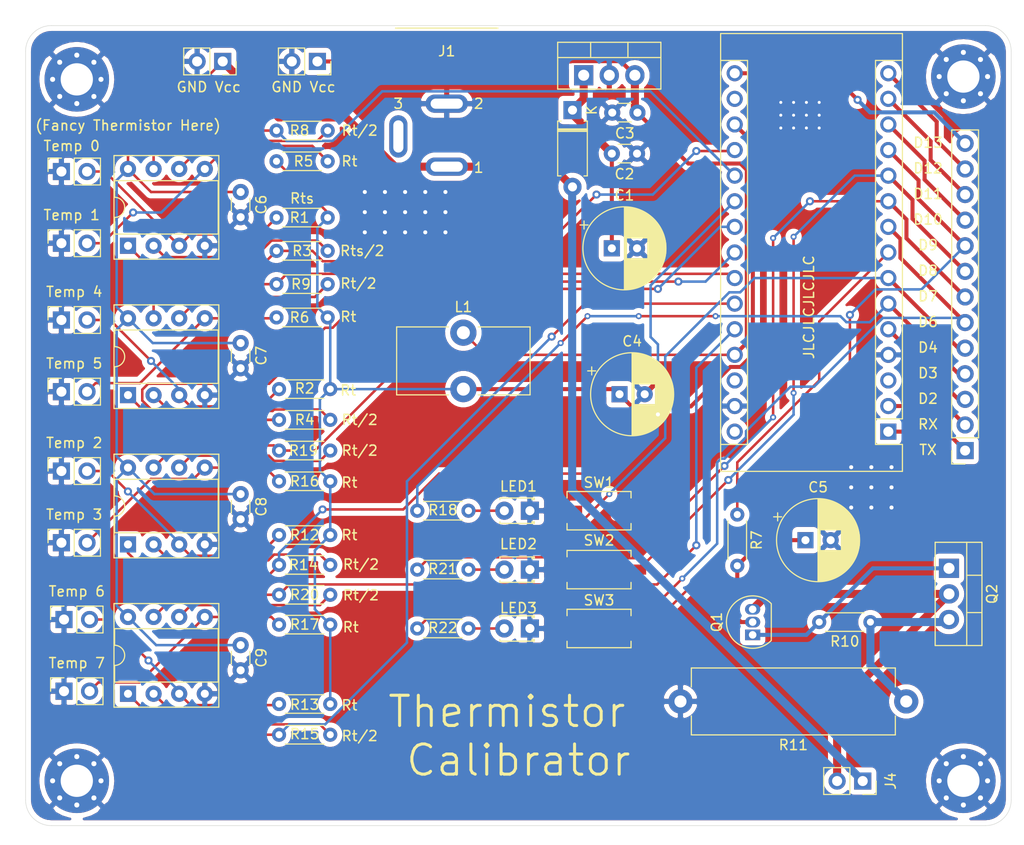
<source format=kicad_pcb>
(kicad_pcb (version 20171130) (host pcbnew "(5.1.9)-1")
  (layers (0 F.Cu signal) (31 B.Cu signal) (34 B.Paste user) (35 F.Paste user) (36 B.SilkS user) (37 F.SilkS user) (38 B.Mask user) (39 F.Mask user) (44 Edge.Cuts user))
  (net 0 "")
  (net 1 D13)
  (net 2 D12)
  (net 3 D11)
  (net 4 GND)
  (net 5 D10)
  (net 6 D9)
  (net 7 +5V)
  (net 8 D8)
  (net 9 A7)
  (net 10 D7)
  (net 11 A6)
  (net 12 D6)
  (net 13 A5)
  (net 14 PWM)
  (net 15 A4)
  (net 16 D4)
  (net 17 A3)
  (net 18 D3)
  (net 19 A2)
  (net 20 D2)
  (net 21 A1)
  (net 22 A0)
  (net 23 +5VA)
  (net 24 "Net-(C1-Pad1)")
  (net 25 "Net-(C5-Pad1)")
  (net 26 VCC)
  (net 27 "Net-(D2-Pad2)")
  (net 28 "Net-(D3-Pad2)")
  (net 29 "Net-(D4-Pad2)")
  (net 30 "Net-(J2-Pad2)")
  (net 31 "Net-(J3-Pad2)")
  (net 32 "Net-(J4-Pad2)")
  (net 33 "Net-(J5-Pad2)")
  (net 34 "Net-(J6-Pad2)")
  (net 35 "Net-(J7-Pad2)")
  (net 36 "Net-(J8-Pad2)")
  (net 37 "Net-(J9-Pad2)")
  (net 38 "Net-(J10-Pad2)")
  (net 39 "Net-(Q1-Pad1)")
  (net 40 "Net-(Q2-Pad3)")
  (net 41 "Net-(R3-Pad1)")
  (net 42 "Net-(R4-Pad1)")
  (net 43 "Net-(R8-Pad1)")
  (net 44 "Net-(R9-Pad1)")
  (net 45 "Net-(R14-Pad1)")
  (net 46 "Net-(R15-Pad1)")
  (net 47 "Net-(R19-Pad1)")
  (net 48 "Net-(R20-Pad1)")
  (net 49 RX)
  (net 50 TX)
  (module "components:Tensility 5.5x2.1mm 54-00166" (layer F.Cu) (at 92.583 43.307)
    (fp_text reference J1 (at 0 -5.207) (layer F.SilkS))
    (fp_text value Barrel_Jack)
    (fp_text user 1 (at 3.175 6.35) (layer F.SilkS))
    (fp_text user 2 (at 3.175 0) (layer F.SilkS))
    (fp_text user 3 (at -4.8 0 180) (layer F.SilkS))
    (pad 2 thru_hole oval (at 0 0 90) (size 1.8 4.2) (drill oval 1 3.2) (layers *.Cu *.Mask) (net 4 GND))
    (pad 1 thru_hole oval (at 0 6.25 90) (size 1.8 4.2) (drill oval 1 3.2) (layers *.Cu *.Mask) (net 26 VCC))
    (pad 3 thru_hole oval (at -4.8 3.25 180) (size 1.8 4.2) (drill oval 1 3.2) (layers *.Cu *.Mask))
  )
  (module Connector_PinSocket_2.54mm:PinSocket_1x02_P2.54mm_Vertical (layer F.Cu) (at 54.61 101.6 90)
    (fp_text reference J10 hide)
    (fp_text value Therm7)
    (pad 2 thru_hole oval (at 0 2.54 90) (size 1.7 1.7) (drill 1) (layers *.Cu *.Mask) (net 38 "Net-(J10-Pad2)"))
    (pad 1 thru_hole rect (at 0 0 90) (size 1.7 1.7) (drill 1) (layers *.Cu *.Mask) (net 4 GND))
  )
  (module Connector_PinSocket_2.54mm:PinSocket_1x02_P2.54mm_Vertical (layer F.Cu) (at 54.356 86.868 90)
    (fp_text reference J9 hide)
    (fp_text value Therm3)
    (pad 2 thru_hole oval (at 0 2.54 90) (size 1.7 1.7) (drill 1) (layers *.Cu *.Mask) (net 37 "Net-(J9-Pad2)"))
    (pad 1 thru_hole rect (at 0 0 90) (size 1.7 1.7) (drill 1) (layers *.Cu *.Mask) (net 4 GND))
  )
  (module Connector_PinSocket_2.54mm:PinSocket_1x02_P2.54mm_Vertical (layer F.Cu) (at 54.61 94.488 90)
    (fp_text reference J8 hide)
    (fp_text value Therm6)
    (pad 2 thru_hole oval (at 0 2.54 90) (size 1.7 1.7) (drill 1) (layers *.Cu *.Mask) (net 36 "Net-(J8-Pad2)"))
    (pad 1 thru_hole rect (at 0 0 90) (size 1.7 1.7) (drill 1) (layers *.Cu *.Mask) (net 4 GND))
  )
  (module Connector_PinSocket_2.54mm:PinSocket_1x02_P2.54mm_Vertical (layer F.Cu) (at 54.356 79.756 90)
    (fp_text reference J7 hide)
    (fp_text value Therm2)
    (pad 2 thru_hole oval (at 0 2.54 90) (size 1.7 1.7) (drill 1) (layers *.Cu *.Mask) (net 35 "Net-(J7-Pad2)"))
    (pad 1 thru_hole rect (at 0 0 90) (size 1.7 1.7) (drill 1) (layers *.Cu *.Mask) (net 4 GND))
  )
  (module Connector_PinSocket_2.54mm:PinSocket_1x02_P2.54mm_Vertical (layer F.Cu) (at 54.356 71.882 90)
    (fp_text reference J6 hide)
    (fp_text value Therm5)
    (pad 2 thru_hole oval (at 0 2.54 90) (size 1.7 1.7) (drill 1) (layers *.Cu *.Mask) (net 34 "Net-(J6-Pad2)"))
    (pad 1 thru_hole rect (at 0 0 90) (size 1.7 1.7) (drill 1) (layers *.Cu *.Mask) (net 4 GND))
  )
  (module Connector_PinSocket_2.54mm:PinSocket_1x02_P2.54mm_Vertical (layer F.Cu) (at 54.356 57.15 90)
    (fp_text reference J5 hide)
    (fp_text value Therm1)
    (pad 2 thru_hole oval (at 0 2.54 90) (size 1.7 1.7) (drill 1) (layers *.Cu *.Mask) (net 33 "Net-(J5-Pad2)"))
    (pad 1 thru_hole rect (at 0 0 90) (size 1.7 1.7) (drill 1) (layers *.Cu *.Mask) (net 4 GND))
  )
  (module Connector_PinSocket_2.54mm:PinSocket_1x02_P2.54mm_Vertical (layer F.Cu) (at 133.858 110.515 270)
    (fp_text reference J4 (at 0 -2.77 90) (layer F.SilkS))
    (fp_text value Heater)
    (pad 2 thru_hole oval (at 0 2.54 270) (size 1.7 1.7) (drill 1) (layers *.Cu *.Mask) (net 32 "Net-(J4-Pad2)"))
    (pad 1 thru_hole rect (at 0 0 270) (size 1.7 1.7) (drill 1) (layers *.Cu *.Mask) (net 26 VCC))
  )
  (module Connector_PinSocket_2.54mm:PinSocket_1x02_P2.54mm_Vertical (layer F.Cu) (at 54.356 64.77 90)
    (fp_text reference J3 hide)
    (fp_text value Therm4)
    (pad 2 thru_hole oval (at 0 2.54 90) (size 1.7 1.7) (drill 1) (layers *.Cu *.Mask) (net 31 "Net-(J3-Pad2)"))
    (pad 1 thru_hole rect (at 0 0 90) (size 1.7 1.7) (drill 1) (layers *.Cu *.Mask) (net 4 GND))
  )
  (module Connector_PinSocket_2.54mm:PinSocket_1x02_P2.54mm_Vertical (layer F.Cu) (at 54.356 50.038 90)
    (fp_text reference J2 hide)
    (fp_text value Therm0)
    (pad 2 thru_hole oval (at 0 2.54 90) (size 1.7 1.7) (drill 1) (layers *.Cu *.Mask) (net 30 "Net-(J2-Pad2)"))
    (pad 1 thru_hole rect (at 0 0 90) (size 1.7 1.7) (drill 1) (layers *.Cu *.Mask) (net 4 GND))
  )
  (module Capacitor_THT:C_Disc_D3.0mm_W1.6mm_P2.50mm (layer F.Cu) (at 72.136 97.028 270)
    (fp_text reference C9 (at 1.25 -2.05 90) (layer F.SilkS))
    (fp_text value 100n)
    (pad 2 thru_hole circle (at 2.5 0 270) (size 1.6 1.6) (drill 0.8) (layers *.Cu *.Mask) (net 4 GND))
    (pad 1 thru_hole circle (at 0 0 270) (size 1.6 1.6) (drill 0.8) (layers *.Cu *.Mask) (net 26 VCC))
  )
  (module Capacitor_THT:C_Disc_D3.0mm_W1.6mm_P2.50mm (layer F.Cu) (at 72.136 82.042 270)
    (fp_text reference C8 (at 1.25 -2.05 90) (layer F.SilkS))
    (fp_text value 100n)
    (pad 2 thru_hole circle (at 2.5 0 270) (size 1.6 1.6) (drill 0.8) (layers *.Cu *.Mask) (net 4 GND))
    (pad 1 thru_hole circle (at 0 0 270) (size 1.6 1.6) (drill 0.8) (layers *.Cu *.Mask) (net 26 VCC))
  )
  (module Capacitor_THT:C_Disc_D3.0mm_W1.6mm_P2.50mm (layer F.Cu) (at 72.136 67.056 270)
    (fp_text reference C7 (at 1.25 -2.05 90) (layer F.SilkS))
    (fp_text value 100n)
    (pad 2 thru_hole circle (at 2.5 0 270) (size 1.6 1.6) (drill 0.8) (layers *.Cu *.Mask) (net 4 GND))
    (pad 1 thru_hole circle (at 0 0 270) (size 1.6 1.6) (drill 0.8) (layers *.Cu *.Mask) (net 26 VCC))
  )
  (module Capacitor_THT:C_Disc_D3.0mm_W1.6mm_P2.50mm (layer F.Cu) (at 72.136 52.07 270)
    (fp_text reference C6 (at 1.25 -2.05 90) (layer F.SilkS))
    (fp_text value 100n)
    (pad 2 thru_hole circle (at 2.5 0 270) (size 1.6 1.6) (drill 0.8) (layers *.Cu *.Mask) (net 4 GND))
    (pad 1 thru_hole circle (at 0 0 270) (size 1.6 1.6) (drill 0.8) (layers *.Cu *.Mask) (net 26 VCC))
  )
  (module components:button_cheapo_ebay_smd (layer F.Cu) (at 107.696 95.377)
    (fp_text reference SW3 (at 0 -2.794) (layer F.SilkS))
    (fp_text value SW_Push)
    (pad 2 smd rect (at -3.175 0) (size 3 1) (layers F.Cu F.Paste F.Mask) (net 4 GND))
    (pad 1 smd rect (at 3.175 0) (size 3 1) (layers F.Cu F.Paste F.Mask) (net 6 D9))
  )
  (module components:button_cheapo_ebay_smd (layer F.Cu) (at 107.696 89.535)
    (fp_text reference SW2 (at 0 -2.898) (layer F.SilkS))
    (fp_text value SW_Push)
    (pad 2 smd rect (at -3.175 0) (size 3 1) (layers F.Cu F.Paste F.Mask) (net 4 GND))
    (pad 1 smd rect (at 3.175 0) (size 3 1) (layers F.Cu F.Paste F.Mask) (net 8 D8))
  )
  (module components:button_cheapo_ebay_smd (layer F.Cu) (at 107.696 83.693)
    (fp_text reference SW1 (at 0 -2.794) (layer F.SilkS))
    (fp_text value SW_Push)
    (pad 2 smd rect (at -3.175 0) (size 3 1) (layers F.Cu F.Paste F.Mask) (net 4 GND))
    (pad 1 smd rect (at 3.175 0) (size 3 1) (layers F.Cu F.Paste F.Mask) (net 10 D7))
  )
  (module Package_DIP:DIP-8_W7.62mm_Socket (layer F.Cu) (at 60.96 101.854 90)
    (fp_text reference U5 hide)
    (fp_text value LM358)
    (pad 8 thru_hole oval (at 7.62 0 90) (size 1.6 1.6) (drill 0.8) (layers *.Cu *.Mask) (net 26 VCC))
    (pad 4 thru_hole oval (at 0 7.62 90) (size 1.6 1.6) (drill 0.8) (layers *.Cu *.Mask) (net 4 GND))
    (pad 7 thru_hole oval (at 7.62 2.54 90) (size 1.6 1.6) (drill 0.8) (layers *.Cu *.Mask) (net 9 A7))
    (pad 3 thru_hole oval (at 0 5.08 90) (size 1.6 1.6) (drill 0.8) (layers *.Cu *.Mask) (net 36 "Net-(J8-Pad2)"))
    (pad 6 thru_hole oval (at 7.62 5.08 90) (size 1.6 1.6) (drill 0.8) (layers *.Cu *.Mask) (net 48 "Net-(R20-Pad1)"))
    (pad 2 thru_hole oval (at 0 2.54 90) (size 1.6 1.6) (drill 0.8) (layers *.Cu *.Mask) (net 46 "Net-(R15-Pad1)"))
    (pad 5 thru_hole oval (at 7.62 7.62 90) (size 1.6 1.6) (drill 0.8) (layers *.Cu *.Mask) (net 38 "Net-(J10-Pad2)"))
    (pad 1 thru_hole rect (at 0 0 90) (size 1.6 1.6) (drill 0.8) (layers *.Cu *.Mask) (net 11 A6))
  )
  (module Package_DIP:DIP-8_W7.62mm_Socket (layer F.Cu) (at 60.96 87.037332 90)
    (fp_text reference U4 hide)
    (fp_text value LM358)
    (pad 8 thru_hole oval (at 7.62 0 90) (size 1.6 1.6) (drill 0.8) (layers *.Cu *.Mask) (net 26 VCC))
    (pad 4 thru_hole oval (at 0 7.62 90) (size 1.6 1.6) (drill 0.8) (layers *.Cu *.Mask) (net 4 GND))
    (pad 7 thru_hole oval (at 7.62 2.54 90) (size 1.6 1.6) (drill 0.8) (layers *.Cu *.Mask) (net 17 A3))
    (pad 3 thru_hole oval (at 0 5.08 90) (size 1.6 1.6) (drill 0.8) (layers *.Cu *.Mask) (net 35 "Net-(J7-Pad2)"))
    (pad 6 thru_hole oval (at 7.62 5.08 90) (size 1.6 1.6) (drill 0.8) (layers *.Cu *.Mask) (net 47 "Net-(R19-Pad1)"))
    (pad 2 thru_hole oval (at 0 2.54 90) (size 1.6 1.6) (drill 0.8) (layers *.Cu *.Mask) (net 45 "Net-(R14-Pad1)"))
    (pad 5 thru_hole oval (at 7.62 7.62 90) (size 1.6 1.6) (drill 0.8) (layers *.Cu *.Mask) (net 37 "Net-(J9-Pad2)"))
    (pad 1 thru_hole rect (at 0 0 90) (size 1.6 1.6) (drill 0.8) (layers *.Cu *.Mask) (net 19 A2))
  )
  (module Package_DIP:DIP-8_W7.62mm_Socket (layer F.Cu) (at 60.96 72.220666 90)
    (fp_text reference U3 hide)
    (fp_text value LM358)
    (pad 8 thru_hole oval (at 7.62 0 90) (size 1.6 1.6) (drill 0.8) (layers *.Cu *.Mask) (net 26 VCC))
    (pad 4 thru_hole oval (at 0 7.62 90) (size 1.6 1.6) (drill 0.8) (layers *.Cu *.Mask) (net 4 GND))
    (pad 7 thru_hole oval (at 7.62 2.54 90) (size 1.6 1.6) (drill 0.8) (layers *.Cu *.Mask) (net 13 A5))
    (pad 3 thru_hole oval (at 0 5.08 90) (size 1.6 1.6) (drill 0.8) (layers *.Cu *.Mask) (net 31 "Net-(J3-Pad2)"))
    (pad 6 thru_hole oval (at 7.62 5.08 90) (size 1.6 1.6) (drill 0.8) (layers *.Cu *.Mask) (net 44 "Net-(R9-Pad1)"))
    (pad 2 thru_hole oval (at 0 2.54 90) (size 1.6 1.6) (drill 0.8) (layers *.Cu *.Mask) (net 42 "Net-(R4-Pad1)"))
    (pad 5 thru_hole oval (at 7.62 7.62 90) (size 1.6 1.6) (drill 0.8) (layers *.Cu *.Mask) (net 34 "Net-(J6-Pad2)"))
    (pad 1 thru_hole rect (at 0 0 90) (size 1.6 1.6) (drill 0.8) (layers *.Cu *.Mask) (net 15 A4))
  )
  (module Package_DIP:DIP-8_W7.62mm_Socket (layer F.Cu) (at 60.96 57.404 90)
    (fp_text reference U2 hide)
    (fp_text value LM358)
    (pad 8 thru_hole oval (at 7.62 0 90) (size 1.6 1.6) (drill 0.8) (layers *.Cu *.Mask) (net 26 VCC))
    (pad 4 thru_hole oval (at 0 7.62 90) (size 1.6 1.6) (drill 0.8) (layers *.Cu *.Mask) (net 4 GND))
    (pad 7 thru_hole oval (at 7.62 2.54 90) (size 1.6 1.6) (drill 0.8) (layers *.Cu *.Mask) (net 21 A1))
    (pad 3 thru_hole oval (at 0 5.08 90) (size 1.6 1.6) (drill 0.8) (layers *.Cu *.Mask) (net 30 "Net-(J2-Pad2)"))
    (pad 6 thru_hole oval (at 7.62 5.08 90) (size 1.6 1.6) (drill 0.8) (layers *.Cu *.Mask) (net 43 "Net-(R8-Pad1)"))
    (pad 2 thru_hole oval (at 0 2.54 90) (size 1.6 1.6) (drill 0.8) (layers *.Cu *.Mask) (net 41 "Net-(R3-Pad1)"))
    (pad 5 thru_hole oval (at 7.62 7.62 90) (size 1.6 1.6) (drill 0.8) (layers *.Cu *.Mask) (net 33 "Net-(J5-Pad2)"))
    (pad 1 thru_hole rect (at 0 0 90) (size 1.6 1.6) (drill 0.8) (layers *.Cu *.Mask) (net 22 A0))
  )
  (module Package_TO_SOT_THT:TO-220-3_Vertical (layer F.Cu) (at 106.172 40.488)
    (fp_text reference U1 hide)
    (fp_text value LM7805_TO220)
    (pad 3 thru_hole oval (at 5.08 0) (size 1.905 2) (drill 1.1) (layers *.Cu *.Mask) (net 7 +5V))
    (pad 2 thru_hole oval (at 2.54 0) (size 1.905 2) (drill 1.1) (layers *.Cu *.Mask) (net 4 GND))
    (pad 1 thru_hole rect (at 0 0) (size 1.905 2) (drill 1.1) (layers *.Cu *.Mask) (net 24 "Net-(C1-Pad1)"))
  )
  (module Resistor_THT:R_Axial_DIN0204_L3.6mm_D1.6mm_P5.08mm_Horizontal (layer F.Cu) (at 89.662 95.377)
    (fp_text reference R22 (at 2.54 -0.0675) (layer F.SilkS))
    (fp_text value 1k)
    (pad 2 thru_hole oval (at 5.08 0) (size 1.4 1.4) (drill 0.7) (layers *.Cu *.Mask) (net 29 "Net-(D4-Pad2)"))
    (pad 1 thru_hole circle (at 0 0) (size 1.4 1.4) (drill 0.7) (layers *.Cu *.Mask) (net 12 D6))
  )
  (module Resistor_THT:R_Axial_DIN0204_L3.6mm_D1.6mm_P5.08mm_Horizontal (layer F.Cu) (at 89.662 89.535)
    (fp_text reference R21 (at 2.54 -0.0675) (layer F.SilkS))
    (fp_text value 1k)
    (pad 2 thru_hole oval (at 5.08 0) (size 1.4 1.4) (drill 0.7) (layers *.Cu *.Mask) (net 28 "Net-(D3-Pad2)"))
    (pad 1 thru_hole circle (at 0 0) (size 1.4 1.4) (drill 0.7) (layers *.Cu *.Mask) (net 16 D4))
  )
  (module Resistor_THT:R_Axial_DIN0204_L3.6mm_D1.6mm_P5.08mm_Horizontal (layer F.Cu) (at 81.026 92.032666 180)
    (fp_text reference R20 (at 2.54 0) (layer F.SilkS))
    (fp_text value 22k)
    (pad 2 thru_hole oval (at 5.08 0 180) (size 1.4 1.4) (drill 0.7) (layers *.Cu *.Mask) (net 9 A7))
    (pad 1 thru_hole circle (at 0 0 180) (size 1.4 1.4) (drill 0.7) (layers *.Cu *.Mask) (net 48 "Net-(R20-Pad1)"))
  )
  (module Resistor_THT:R_Axial_DIN0204_L3.6mm_D1.6mm_P5.08mm_Horizontal (layer F.Cu) (at 81.026 77.724 180)
    (fp_text reference R19 (at 2.652 0) (layer F.SilkS))
    (fp_text value 22k)
    (pad 2 thru_hole oval (at 5.08 0 180) (size 1.4 1.4) (drill 0.7) (layers *.Cu *.Mask) (net 17 A3))
    (pad 1 thru_hole circle (at 0 0 180) (size 1.4 1.4) (drill 0.7) (layers *.Cu *.Mask) (net 47 "Net-(R19-Pad1)"))
  )
  (module Resistor_THT:R_Axial_DIN0204_L3.6mm_D1.6mm_P5.08mm_Horizontal (layer F.Cu) (at 89.662 83.693)
    (fp_text reference R18 (at 2.54 -0.0675) (layer F.SilkS))
    (fp_text value 1k)
    (pad 2 thru_hole oval (at 5.08 0) (size 1.4 1.4) (drill 0.7) (layers *.Cu *.Mask) (net 27 "Net-(D2-Pad2)"))
    (pad 1 thru_hole circle (at 0 0) (size 1.4 1.4) (drill 0.7) (layers *.Cu *.Mask) (net 18 D3))
  )
  (module Resistor_THT:R_Axial_DIN0204_L3.6mm_D1.6mm_P5.08mm_Horizontal (layer F.Cu) (at 81.026 94.996 180)
    (fp_text reference R17 (at 2.54 0.012) (layer F.SilkS))
    (fp_text value 47k)
    (pad 2 thru_hole oval (at 5.08 0 180) (size 1.4 1.4) (drill 0.7) (layers *.Cu *.Mask) (net 38 "Net-(J10-Pad2)"))
    (pad 1 thru_hole circle (at 0 0 180) (size 1.4 1.4) (drill 0.7) (layers *.Cu *.Mask) (net 23 +5VA))
  )
  (module Resistor_THT:R_Axial_DIN0204_L3.6mm_D1.6mm_P5.08mm_Horizontal (layer F.Cu) (at 81.026 80.772 180)
    (fp_text reference R16 (at 2.54 0) (layer F.SilkS))
    (fp_text value 47k)
    (pad 2 thru_hole oval (at 5.08 0 180) (size 1.4 1.4) (drill 0.7) (layers *.Cu *.Mask) (net 37 "Net-(J9-Pad2)"))
    (pad 1 thru_hole circle (at 0 0 180) (size 1.4 1.4) (drill 0.7) (layers *.Cu *.Mask) (net 23 +5VA))
  )
  (module Resistor_THT:R_Axial_DIN0204_L3.6mm_D1.6mm_P5.08mm_Horizontal (layer F.Cu) (at 81.026 105.918 180)
    (fp_text reference R15 (at 2.54 0.0675) (layer F.SilkS))
    (fp_text value 22k)
    (pad 2 thru_hole oval (at 5.08 0 180) (size 1.4 1.4) (drill 0.7) (layers *.Cu *.Mask) (net 11 A6))
    (pad 1 thru_hole circle (at 0 0 180) (size 1.4 1.4) (drill 0.7) (layers *.Cu *.Mask) (net 46 "Net-(R15-Pad1)"))
  )
  (module Resistor_THT:R_Axial_DIN0204_L3.6mm_D1.6mm_P5.08mm_Horizontal (layer F.Cu) (at 81.026 89.069333 180)
    (fp_text reference R14 (at 2.652 0) (layer F.SilkS))
    (fp_text value 22k)
    (pad 2 thru_hole oval (at 5.08 0 180) (size 1.4 1.4) (drill 0.7) (layers *.Cu *.Mask) (net 19 A2))
    (pad 1 thru_hole circle (at 0 0 180) (size 1.4 1.4) (drill 0.7) (layers *.Cu *.Mask) (net 45 "Net-(R14-Pad1)"))
  )
  (module Resistor_THT:R_Axial_DIN0204_L3.6mm_D1.6mm_P5.08mm_Horizontal (layer F.Cu) (at 81.026 102.87 180)
    (fp_text reference R13 (at 2.54 -0.0675) (layer F.SilkS))
    (fp_text value 47k)
    (pad 2 thru_hole oval (at 5.08 0 180) (size 1.4 1.4) (drill 0.7) (layers *.Cu *.Mask) (net 36 "Net-(J8-Pad2)"))
    (pad 1 thru_hole circle (at 0 0 180) (size 1.4 1.4) (drill 0.7) (layers *.Cu *.Mask) (net 23 +5VA))
  )
  (module Resistor_THT:R_Axial_DIN0204_L3.6mm_D1.6mm_P5.08mm_Horizontal (layer F.Cu) (at 81.026 86.106 180)
    (fp_text reference R12 (at 2.54 0) (layer F.SilkS))
    (fp_text value 47k)
    (pad 2 thru_hole oval (at 5.08 0 180) (size 1.4 1.4) (drill 0.7) (layers *.Cu *.Mask) (net 35 "Net-(J7-Pad2)"))
    (pad 1 thru_hole circle (at 0 0 180) (size 1.4 1.4) (drill 0.7) (layers *.Cu *.Mask) (net 23 +5VA))
  )
  (module Resistor_THT:R_Axial_Power_L20.0mm_W6.4mm_P22.40mm (layer F.Cu) (at 138.176 102.616 180)
    (fp_text reference R11 (at 11.2 -4.32) (layer F.SilkS))
    (fp_text value 4.7)
    (pad 2 thru_hole oval (at 22.4 0 180) (size 2.4 2.4) (drill 1.2) (layers *.Cu *.Mask) (net 4 GND))
    (pad 1 thru_hole circle (at 0 0 180) (size 2.4 2.4) (drill 1.2) (layers *.Cu *.Mask) (net 40 "Net-(Q2-Pad3)"))
  )
  (module Resistor_THT:R_Axial_DIN0204_L3.6mm_D1.6mm_P5.08mm_Horizontal (layer F.Cu) (at 134.62 94.742 180)
    (fp_text reference R10 (at 2.54 -1.92) (layer F.SilkS))
    (fp_text value 10k)
    (pad 2 thru_hole oval (at 5.08 0 180) (size 1.4 1.4) (drill 0.7) (layers *.Cu *.Mask) (net 39 "Net-(Q1-Pad1)"))
    (pad 1 thru_hole circle (at 0 0 180) (size 1.4 1.4) (drill 0.7) (layers *.Cu *.Mask) (net 40 "Net-(Q2-Pad3)"))
  )
  (module Resistor_THT:R_Axial_DIN0204_L3.6mm_D1.6mm_P5.08mm_Horizontal (layer F.Cu) (at 80.772 61.214 180)
    (fp_text reference R9 (at 2.652 0) (layer F.SilkS))
    (fp_text value 22k)
    (pad 2 thru_hole oval (at 5.08 0 180) (size 1.4 1.4) (drill 0.7) (layers *.Cu *.Mask) (net 13 A5))
    (pad 1 thru_hole circle (at 0 0 180) (size 1.4 1.4) (drill 0.7) (layers *.Cu *.Mask) (net 44 "Net-(R9-Pad1)"))
  )
  (module Resistor_THT:R_Axial_DIN0204_L3.6mm_D1.6mm_P5.08mm_Horizontal (layer F.Cu) (at 80.772 45.974 180)
    (fp_text reference R8 (at 2.794 0) (layer F.SilkS))
    (fp_text value 22k)
    (pad 2 thru_hole oval (at 5.08 0 180) (size 1.4 1.4) (drill 0.7) (layers *.Cu *.Mask) (net 21 A1))
    (pad 1 thru_hole circle (at 0 0 180) (size 1.4 1.4) (drill 0.7) (layers *.Cu *.Mask) (net 43 "Net-(R8-Pad1)"))
  )
  (module Resistor_THT:R_Axial_DIN0204_L3.6mm_D1.6mm_P5.08mm_Horizontal (layer F.Cu) (at 121.412 84.074 270)
    (fp_text reference R7 (at 2.54 -1.92 90) (layer F.SilkS))
    (fp_text value 100)
    (pad 2 thru_hole oval (at 5.08 0 270) (size 1.4 1.4) (drill 0.7) (layers *.Cu *.Mask) (net 25 "Net-(C5-Pad1)"))
    (pad 1 thru_hole circle (at 0 0 270) (size 1.4 1.4) (drill 0.7) (layers *.Cu *.Mask) (net 14 PWM))
  )
  (module Resistor_THT:R_Axial_DIN0204_L3.6mm_D1.6mm_P5.08mm_Horizontal (layer F.Cu) (at 80.772 64.516 180)
    (fp_text reference R6 (at 2.794 0) (layer F.SilkS))
    (fp_text value 47k)
    (pad 2 thru_hole oval (at 5.08 0 180) (size 1.4 1.4) (drill 0.7) (layers *.Cu *.Mask) (net 34 "Net-(J6-Pad2)"))
    (pad 1 thru_hole circle (at 0 0 180) (size 1.4 1.4) (drill 0.7) (layers *.Cu *.Mask) (net 23 +5VA))
  )
  (module Resistor_THT:R_Axial_DIN0204_L3.6mm_D1.6mm_P5.08mm_Horizontal (layer F.Cu) (at 75.692 49.022)
    (fp_text reference R5 (at 2.682 0) (layer F.SilkS))
    (fp_text value 47k)
    (pad 2 thru_hole oval (at 5.08 0) (size 1.4 1.4) (drill 0.7) (layers *.Cu *.Mask) (net 33 "Net-(J5-Pad2)"))
    (pad 1 thru_hole circle (at 0 0) (size 1.4 1.4) (drill 0.7) (layers *.Cu *.Mask) (net 23 +5VA))
  )
  (module Resistor_THT:R_Axial_DIN0204_L3.6mm_D1.6mm_P5.08mm_Horizontal (layer F.Cu) (at 81.026 74.676 180)
    (fp_text reference R4 (at 2.54 0) (layer F.SilkS))
    (fp_text value 22k)
    (pad 2 thru_hole oval (at 5.08 0 180) (size 1.4 1.4) (drill 0.7) (layers *.Cu *.Mask) (net 15 A4))
    (pad 1 thru_hole circle (at 0 0 180) (size 1.4 1.4) (drill 0.7) (layers *.Cu *.Mask) (net 42 "Net-(R4-Pad1)"))
  )
  (module Resistor_THT:R_Axial_DIN0204_L3.6mm_D1.6mm_P5.08mm_Horizontal (layer F.Cu) (at 80.772 57.912 180)
    (fp_text reference R3 (at 2.54 0) (layer F.SilkS))
    (fp_text value 5k)
    (pad 2 thru_hole oval (at 5.08 0 180) (size 1.4 1.4) (drill 0.7) (layers *.Cu *.Mask) (net 22 A0))
    (pad 1 thru_hole circle (at 0 0 180) (size 1.4 1.4) (drill 0.7) (layers *.Cu *.Mask) (net 41 "Net-(R3-Pad1)"))
  )
  (module Resistor_THT:R_Axial_DIN0204_L3.6mm_D1.6mm_P5.08mm_Horizontal (layer F.Cu) (at 81.026 71.628 180)
    (fp_text reference R2 (at 2.54 0.0675) (layer F.SilkS))
    (fp_text value 47k)
    (pad 2 thru_hole oval (at 5.08 0 180) (size 1.4 1.4) (drill 0.7) (layers *.Cu *.Mask) (net 31 "Net-(J3-Pad2)"))
    (pad 1 thru_hole circle (at 0 0 180) (size 1.4 1.4) (drill 0.7) (layers *.Cu *.Mask) (net 23 +5VA))
  )
  (module Resistor_THT:R_Axial_DIN0204_L3.6mm_D1.6mm_P5.08mm_Horizontal (layer F.Cu) (at 80.772 54.61 180)
    (fp_text reference R1 (at 2.794 0) (layer F.SilkS))
    (fp_text value 10k)
    (pad 2 thru_hole oval (at 5.08 0 180) (size 1.4 1.4) (drill 0.7) (layers *.Cu *.Mask) (net 30 "Net-(J2-Pad2)"))
    (pad 1 thru_hole circle (at 0 0 180) (size 1.4 1.4) (drill 0.7) (layers *.Cu *.Mask) (net 23 +5VA))
  )
  (module Package_TO_SOT_THT:TO-220-3_Vertical (layer F.Cu) (at 142.418 89.408 270)
    (fp_text reference Q2 (at 2.54 -4.27 90) (layer F.SilkS))
    (fp_text value TIP41)
    (pad 3 thru_hole oval (at 5.08 0 270) (size 1.905 2) (drill 1.1) (layers *.Cu *.Mask) (net 40 "Net-(Q2-Pad3)"))
    (pad 2 thru_hole oval (at 2.54 0 270) (size 1.905 2) (drill 1.1) (layers *.Cu *.Mask) (net 32 "Net-(J4-Pad2)"))
    (pad 1 thru_hole rect (at 0 0 270) (size 1.905 2) (drill 1.1) (layers *.Cu *.Mask) (net 39 "Net-(Q1-Pad1)"))
  )
  (module Package_TO_SOT_THT:TO-92_Inline (layer F.Cu) (at 122.936 96.012 90)
    (fp_text reference Q1 (at 1.27 -3.56 90) (layer F.SilkS))
    (fp_text value 2N3904)
    (pad 1 thru_hole rect (at 0 0 90) (size 1.05 1.5) (drill 0.75) (layers *.Cu *.Mask) (net 39 "Net-(Q1-Pad1)"))
    (pad 3 thru_hole oval (at 2.54 0 90) (size 1.05 1.5) (drill 0.75) (layers *.Cu *.Mask) (net 32 "Net-(J4-Pad2)"))
    (pad 2 thru_hole oval (at 1.27 0 90) (size 1.05 1.5) (drill 0.75) (layers *.Cu *.Mask) (net 25 "Net-(C5-Pad1)"))
  )
  (module Inductor_THT:L_Toroid_Vertical_L13.0mm_W6.5mm_P5.60mm (layer F.Cu) (at 94.234 66.028)
    (fp_text reference L1 (at 0 -2.55) (layer F.SilkS))
    (fp_text value 10m)
    (pad 2 thru_hole circle (at 0 5.6) (size 2.6 2.6) (drill 1.3) (layers *.Cu *.Mask) (net 23 +5VA))
    (pad 1 thru_hole circle (at 0 0) (size 2.6 2.6) (drill 1.3) (layers *.Cu *.Mask) (net 7 +5V))
  )
  (module Connector_PinSocket_2.54mm:PinSocket_1x02_P2.54mm_Vertical (layer F.Cu) (at 79.756 39.116 270)
    (fp_text reference J13 hide)
    (fp_text value 5V)
    (pad 2 thru_hole oval (at 0 2.54 270) (size 1.7 1.7) (drill 1) (layers *.Cu *.Mask) (net 4 GND))
    (pad 1 thru_hole rect (at 0 0 270) (size 1.7 1.7) (drill 1) (layers *.Cu *.Mask) (net 7 +5V))
  )
  (module Connector_PinSocket_2.54mm:PinSocket_1x13_P2.54mm_Vertical (layer F.Cu) (at 144.018 77.724 180)
    (fp_text reference J12 hide)
    (fp_text value Conn_01x13)
    (pad 13 thru_hole oval (at 0 30.48 180) (size 1.7 1.7) (drill 1) (layers *.Cu *.Mask) (net 1 D13))
    (pad 12 thru_hole oval (at 0 27.94 180) (size 1.7 1.7) (drill 1) (layers *.Cu *.Mask) (net 2 D12))
    (pad 11 thru_hole oval (at 0 25.4 180) (size 1.7 1.7) (drill 1) (layers *.Cu *.Mask) (net 3 D11))
    (pad 10 thru_hole oval (at 0 22.86 180) (size 1.7 1.7) (drill 1) (layers *.Cu *.Mask) (net 5 D10))
    (pad 9 thru_hole oval (at 0 20.32 180) (size 1.7 1.7) (drill 1) (layers *.Cu *.Mask) (net 6 D9))
    (pad 8 thru_hole oval (at 0 17.78 180) (size 1.7 1.7) (drill 1) (layers *.Cu *.Mask) (net 8 D8))
    (pad 7 thru_hole oval (at 0 15.24 180) (size 1.7 1.7) (drill 1) (layers *.Cu *.Mask) (net 10 D7))
    (pad 6 thru_hole oval (at 0 12.7 180) (size 1.7 1.7) (drill 1) (layers *.Cu *.Mask) (net 12 D6))
    (pad 5 thru_hole oval (at 0 10.16 180) (size 1.7 1.7) (drill 1) (layers *.Cu *.Mask) (net 16 D4))
    (pad 4 thru_hole oval (at 0 7.62 180) (size 1.7 1.7) (drill 1) (layers *.Cu *.Mask) (net 18 D3))
    (pad 3 thru_hole oval (at 0 5.08 180) (size 1.7 1.7) (drill 1) (layers *.Cu *.Mask) (net 20 D2))
    (pad 2 thru_hole oval (at 0 2.54 180) (size 1.7 1.7) (drill 1) (layers *.Cu *.Mask) (net 49 RX))
    (pad 1 thru_hole rect (at 0 0 180) (size 1.7 1.7) (drill 1) (layers *.Cu *.Mask) (net 50 TX))
  )
  (module Connector_PinSocket_2.54mm:PinSocket_1x02_P2.54mm_Vertical (layer F.Cu) (at 70.358 39.116 270)
    (fp_text reference J11 hide)
    (fp_text value VCC)
    (pad 2 thru_hole oval (at 0 2.54 270) (size 1.7 1.7) (drill 1) (layers *.Cu *.Mask) (net 4 GND))
    (pad 1 thru_hole rect (at 0 0 270) (size 1.7 1.7) (drill 1) (layers *.Cu *.Mask) (net 26 VCC))
  )
  (module MountingHole:MountingHole_3.2mm_M3_Pad_Via (layer F.Cu) (at 143.844944 110.49)
    (fp_text reference H4 hide)
    (fp_text value MountingHole_Pad)
    (pad 1 thru_hole circle (at 1.697056 -1.697056) (size 0.8 0.8) (drill 0.5) (layers *.Cu *.Mask) (net 4 GND))
    (pad 1 thru_hole circle (at 0 -2.4) (size 0.8 0.8) (drill 0.5) (layers *.Cu *.Mask) (net 4 GND))
    (pad 1 thru_hole circle (at -1.697056 -1.697056) (size 0.8 0.8) (drill 0.5) (layers *.Cu *.Mask) (net 4 GND))
    (pad 1 thru_hole circle (at -2.4 0) (size 0.8 0.8) (drill 0.5) (layers *.Cu *.Mask) (net 4 GND))
    (pad 1 thru_hole circle (at -1.697056 1.697056) (size 0.8 0.8) (drill 0.5) (layers *.Cu *.Mask) (net 4 GND))
    (pad 1 thru_hole circle (at 0 2.4) (size 0.8 0.8) (drill 0.5) (layers *.Cu *.Mask) (net 4 GND))
    (pad 1 thru_hole circle (at 1.697056 1.697056) (size 0.8 0.8) (drill 0.5) (layers *.Cu *.Mask) (net 4 GND))
    (pad 1 thru_hole circle (at 2.4 0) (size 0.8 0.8) (drill 0.5) (layers *.Cu *.Mask) (net 4 GND))
    (pad 1 thru_hole circle (at 0 0) (size 6.4 6.4) (drill 3.2) (layers *.Cu *.Mask) (net 4 GND))
  )
  (module MountingHole:MountingHole_3.2mm_M3_Pad_Via (layer F.Cu) (at 55.88 110.49)
    (fp_text reference H3 hide)
    (fp_text value MountingHole_Pad)
    (pad 1 thru_hole circle (at 1.697056 -1.697056) (size 0.8 0.8) (drill 0.5) (layers *.Cu *.Mask) (net 4 GND))
    (pad 1 thru_hole circle (at 0 -2.4) (size 0.8 0.8) (drill 0.5) (layers *.Cu *.Mask) (net 4 GND))
    (pad 1 thru_hole circle (at -1.697056 -1.697056) (size 0.8 0.8) (drill 0.5) (layers *.Cu *.Mask) (net 4 GND))
    (pad 1 thru_hole circle (at -2.4 0) (size 0.8 0.8) (drill 0.5) (layers *.Cu *.Mask) (net 4 GND))
    (pad 1 thru_hole circle (at -1.697056 1.697056) (size 0.8 0.8) (drill 0.5) (layers *.Cu *.Mask) (net 4 GND))
    (pad 1 thru_hole circle (at 0 2.4) (size 0.8 0.8) (drill 0.5) (layers *.Cu *.Mask) (net 4 GND))
    (pad 1 thru_hole circle (at 1.697056 1.697056) (size 0.8 0.8) (drill 0.5) (layers *.Cu *.Mask) (net 4 GND))
    (pad 1 thru_hole circle (at 2.4 0) (size 0.8 0.8) (drill 0.5) (layers *.Cu *.Mask) (net 4 GND))
    (pad 1 thru_hole circle (at 0 0) (size 6.4 6.4) (drill 3.2) (layers *.Cu *.Mask) (net 4 GND))
  )
  (module MountingHole:MountingHole_3.2mm_M3_Pad_Via (layer F.Cu) (at 143.844944 40.618999)
    (fp_text reference H2 hide)
    (fp_text value MountingHole_Pad)
    (pad 1 thru_hole circle (at 1.697056 -1.697056) (size 0.8 0.8) (drill 0.5) (layers *.Cu *.Mask) (net 4 GND))
    (pad 1 thru_hole circle (at 0 -2.4) (size 0.8 0.8) (drill 0.5) (layers *.Cu *.Mask) (net 4 GND))
    (pad 1 thru_hole circle (at -1.697056 -1.697056) (size 0.8 0.8) (drill 0.5) (layers *.Cu *.Mask) (net 4 GND))
    (pad 1 thru_hole circle (at -2.4 0) (size 0.8 0.8) (drill 0.5) (layers *.Cu *.Mask) (net 4 GND))
    (pad 1 thru_hole circle (at -1.697056 1.697056) (size 0.8 0.8) (drill 0.5) (layers *.Cu *.Mask) (net 4 GND))
    (pad 1 thru_hole circle (at 0 2.4) (size 0.8 0.8) (drill 0.5) (layers *.Cu *.Mask) (net 4 GND))
    (pad 1 thru_hole circle (at 1.697056 1.697056) (size 0.8 0.8) (drill 0.5) (layers *.Cu *.Mask) (net 4 GND))
    (pad 1 thru_hole circle (at 2.4 0) (size 0.8 0.8) (drill 0.5) (layers *.Cu *.Mask) (net 4 GND))
    (pad 1 thru_hole circle (at 0 0) (size 6.4 6.4) (drill 3.2) (layers *.Cu *.Mask) (net 4 GND))
  )
  (module MountingHole:MountingHole_3.2mm_M3_Pad_Via (layer F.Cu) (at 55.88 40.894)
    (fp_text reference H1 hide)
    (fp_text value MountingHole_Pad)
    (pad 1 thru_hole circle (at 1.697056 -1.697056) (size 0.8 0.8) (drill 0.5) (layers *.Cu *.Mask) (net 4 GND))
    (pad 1 thru_hole circle (at 0 -2.4) (size 0.8 0.8) (drill 0.5) (layers *.Cu *.Mask) (net 4 GND))
    (pad 1 thru_hole circle (at -1.697056 -1.697056) (size 0.8 0.8) (drill 0.5) (layers *.Cu *.Mask) (net 4 GND))
    (pad 1 thru_hole circle (at -2.4 0) (size 0.8 0.8) (drill 0.5) (layers *.Cu *.Mask) (net 4 GND))
    (pad 1 thru_hole circle (at -1.697056 1.697056) (size 0.8 0.8) (drill 0.5) (layers *.Cu *.Mask) (net 4 GND))
    (pad 1 thru_hole circle (at 0 2.4) (size 0.8 0.8) (drill 0.5) (layers *.Cu *.Mask) (net 4 GND))
    (pad 1 thru_hole circle (at 1.697056 1.697056) (size 0.8 0.8) (drill 0.5) (layers *.Cu *.Mask) (net 4 GND))
    (pad 1 thru_hole circle (at 2.4 0) (size 0.8 0.8) (drill 0.5) (layers *.Cu *.Mask) (net 4 GND))
    (pad 1 thru_hole circle (at 0 0) (size 6.4 6.4) (drill 3.2) (layers *.Cu *.Mask) (net 4 GND))
  )
  (module LED_THT:LED_D1.8mm_W3.3mm_H2.4mm (layer F.Cu) (at 100.838 95.377 180)
    (fp_text reference D4 hide)
    (fp_text value LED_Small)
    (pad 2 thru_hole circle (at 2.54 0 180) (size 1.8 1.8) (drill 0.9) (layers *.Cu *.Mask) (net 29 "Net-(D4-Pad2)"))
    (pad 1 thru_hole rect (at 0 0 180) (size 1.8 1.8) (drill 0.9) (layers *.Cu *.Mask) (net 4 GND))
  )
  (module LED_THT:LED_D1.8mm_W3.3mm_H2.4mm (layer F.Cu) (at 100.838 89.535 180)
    (fp_text reference D3 hide)
    (fp_text value LED_Small)
    (pad 2 thru_hole circle (at 2.54 0 180) (size 1.8 1.8) (drill 0.9) (layers *.Cu *.Mask) (net 28 "Net-(D3-Pad2)"))
    (pad 1 thru_hole rect (at 0 0 180) (size 1.8 1.8) (drill 0.9) (layers *.Cu *.Mask) (net 4 GND))
  )
  (module LED_THT:LED_D1.8mm_W3.3mm_H2.4mm (layer F.Cu) (at 100.838 83.693 180)
    (fp_text reference D2 hide)
    (fp_text value LED_Small)
    (pad 2 thru_hole circle (at 2.54 0 180) (size 1.8 1.8) (drill 0.9) (layers *.Cu *.Mask) (net 27 "Net-(D2-Pad2)"))
    (pad 1 thru_hole rect (at 0 0 180) (size 1.8 1.8) (drill 0.9) (layers *.Cu *.Mask) (net 4 GND))
  )
  (module Diode_THT:D_A-405_P7.62mm_Horizontal (layer F.Cu) (at 105.062 43.942 270)
    (fp_text reference D1 hide)
    (fp_text value D_Small)
    (fp_text user K (at 0 -1.9 90) (layer F.SilkS))
    (pad 2 thru_hole oval (at 7.62 0 270) (size 1.8 1.8) (drill 0.9) (layers *.Cu *.Mask) (net 26 VCC))
    (pad 1 thru_hole rect (at 0 0 270) (size 1.8 1.8) (drill 0.9) (layers *.Cu *.Mask) (net 24 "Net-(C1-Pad1)"))
  )
  (module Capacitor_THT:CP_Radial_D8.0mm_P2.50mm (layer F.Cu) (at 128.176698 86.614)
    (fp_text reference C5 (at 1.25 -5.25) (layer F.SilkS))
    (fp_text value 100u)
    (pad 2 thru_hole circle (at 2.5 0) (size 1.6 1.6) (drill 0.8) (layers *.Cu *.Mask) (net 4 GND))
    (pad 1 thru_hole rect (at 0 0) (size 1.6 1.6) (drill 0.8) (layers *.Cu *.Mask) (net 25 "Net-(C5-Pad1)"))
  )
  (module Capacitor_THT:CP_Radial_D8.0mm_P2.50mm (layer F.Cu) (at 109.728 72.136)
    (fp_text reference C4 (at 1.25 -5.25) (layer F.SilkS))
    (fp_text value 220u)
    (pad 2 thru_hole circle (at 2.5 0) (size 1.6 1.6) (drill 0.8) (layers *.Cu *.Mask) (net 4 GND))
    (pad 1 thru_hole rect (at 0 0) (size 1.6 1.6) (drill 0.8) (layers *.Cu *.Mask) (net 23 +5VA))
  )
  (module Capacitor_THT:C_Disc_D3.0mm_W1.6mm_P2.50mm (layer F.Cu) (at 111.506 44.196 180)
    (fp_text reference C3 (at 1.25 -2.05) (layer F.SilkS))
    (fp_text value 100n)
    (pad 2 thru_hole circle (at 2.5 0 180) (size 1.6 1.6) (drill 0.8) (layers *.Cu *.Mask) (net 4 GND))
    (pad 1 thru_hole circle (at 0 0 180) (size 1.6 1.6) (drill 0.8) (layers *.Cu *.Mask) (net 7 +5V))
  )
  (module Capacitor_THT:C_Disc_D3.0mm_W1.6mm_P2.50mm (layer F.Cu) (at 108.966 48.26)
    (fp_text reference C2 (at 1.25 2.032) (layer F.SilkS))
    (fp_text value 330n)
    (pad 2 thru_hole circle (at 2.5 0) (size 1.6 1.6) (drill 0.8) (layers *.Cu *.Mask) (net 4 GND))
    (pad 1 thru_hole circle (at 0 0) (size 1.6 1.6) (drill 0.8) (layers *.Cu *.Mask) (net 24 "Net-(C1-Pad1)"))
  )
  (module Capacitor_THT:CP_Radial_D8.0mm_P2.50mm (layer F.Cu) (at 108.966 57.658)
    (fp_text reference C1 (at 1.25 -5.25) (layer F.SilkS))
    (fp_text value 220u)
    (pad 2 thru_hole circle (at 2.5 0) (size 1.6 1.6) (drill 0.8) (layers *.Cu *.Mask) (net 4 GND))
    (pad 1 thru_hole rect (at 0 0) (size 1.6 1.6) (drill 0.8) (layers *.Cu *.Mask) (net 24 "Net-(C1-Pad1)"))
  )
  (module Module:Arduino_Nano (layer F.Cu) (at 136.398 75.848 180)
    (fp_text reference A1 hide)
    (fp_text value Arduino_Nano_v3.x)
    (pad 16 thru_hole oval (at 15.24 35.56 180) (size 1.6 1.6) (drill 1) (layers *.Cu *.Mask) (net 1 D13))
    (pad 15 thru_hole oval (at 0 35.56 180) (size 1.6 1.6) (drill 1) (layers *.Cu *.Mask) (net 2 D12))
    (pad 30 thru_hole oval (at 15.24 0 180) (size 1.6 1.6) (drill 1) (layers *.Cu *.Mask))
    (pad 14 thru_hole oval (at 0 33.02 180) (size 1.6 1.6) (drill 1) (layers *.Cu *.Mask) (net 3 D11))
    (pad 29 thru_hole oval (at 15.24 2.54 180) (size 1.6 1.6) (drill 1) (layers *.Cu *.Mask) (net 4 GND))
    (pad 13 thru_hole oval (at 0 30.48 180) (size 1.6 1.6) (drill 1) (layers *.Cu *.Mask) (net 5 D10))
    (pad 28 thru_hole oval (at 15.24 5.08 180) (size 1.6 1.6) (drill 1) (layers *.Cu *.Mask))
    (pad 12 thru_hole oval (at 0 27.94 180) (size 1.6 1.6) (drill 1) (layers *.Cu *.Mask) (net 6 D9))
    (pad 27 thru_hole oval (at 15.24 7.62 180) (size 1.6 1.6) (drill 1) (layers *.Cu *.Mask) (net 7 +5V))
    (pad 11 thru_hole oval (at 0 25.4 180) (size 1.6 1.6) (drill 1) (layers *.Cu *.Mask) (net 8 D8))
    (pad 26 thru_hole oval (at 15.24 10.16 180) (size 1.6 1.6) (drill 1) (layers *.Cu *.Mask) (net 9 A7))
    (pad 10 thru_hole oval (at 0 22.86 180) (size 1.6 1.6) (drill 1) (layers *.Cu *.Mask) (net 10 D7))
    (pad 25 thru_hole oval (at 15.24 12.7 180) (size 1.6 1.6) (drill 1) (layers *.Cu *.Mask) (net 11 A6))
    (pad 9 thru_hole oval (at 0 20.32 180) (size 1.6 1.6) (drill 1) (layers *.Cu *.Mask) (net 12 D6))
    (pad 24 thru_hole oval (at 15.24 15.24 180) (size 1.6 1.6) (drill 1) (layers *.Cu *.Mask) (net 13 A5))
    (pad 8 thru_hole oval (at 0 17.78 180) (size 1.6 1.6) (drill 1) (layers *.Cu *.Mask) (net 14 PWM))
    (pad 23 thru_hole oval (at 15.24 17.78 180) (size 1.6 1.6) (drill 1) (layers *.Cu *.Mask) (net 15 A4))
    (pad 7 thru_hole oval (at 0 15.24 180) (size 1.6 1.6) (drill 1) (layers *.Cu *.Mask) (net 16 D4))
    (pad 22 thru_hole oval (at 15.24 20.32 180) (size 1.6 1.6) (drill 1) (layers *.Cu *.Mask) (net 17 A3))
    (pad 6 thru_hole oval (at 0 12.7 180) (size 1.6 1.6) (drill 1) (layers *.Cu *.Mask) (net 18 D3))
    (pad 21 thru_hole oval (at 15.24 22.86 180) (size 1.6 1.6) (drill 1) (layers *.Cu *.Mask) (net 19 A2))
    (pad 5 thru_hole oval (at 0 10.16 180) (size 1.6 1.6) (drill 1) (layers *.Cu *.Mask) (net 20 D2))
    (pad 20 thru_hole oval (at 15.24 25.4 180) (size 1.6 1.6) (drill 1) (layers *.Cu *.Mask) (net 21 A1))
    (pad 4 thru_hole oval (at 0 7.62 180) (size 1.6 1.6) (drill 1) (layers *.Cu *.Mask) (net 4 GND))
    (pad 19 thru_hole oval (at 15.24 27.94 180) (size 1.6 1.6) (drill 1) (layers *.Cu *.Mask) (net 22 A0))
    (pad 3 thru_hole oval (at 0 5.08 180) (size 1.6 1.6) (drill 1) (layers *.Cu *.Mask))
    (pad 18 thru_hole oval (at 15.24 30.48 180) (size 1.6 1.6) (drill 1) (layers *.Cu *.Mask) (net 23 +5VA))
    (pad 2 thru_hole oval (at 0 2.54 180) (size 1.6 1.6) (drill 1) (layers *.Cu *.Mask) (net 49 RX))
    (pad 17 thru_hole oval (at 15.24 33.02 180) (size 1.6 1.6) (drill 1) (layers *.Cu *.Mask))
    (pad 1 thru_hole rect (at 0 0 180) (size 1.6 1.6) (drill 1) (layers *.Cu *.Mask) (net 50 TX))
  )
  (gr_text JLCJLCJLCJLC (at 128.524 63.5 90) (layer F.SilkS) (effects (font (size 1 1))))
  (gr_text Rt/2 (at 83.947 106.045) (layer F.SilkS) (effects (font (size 1 1))))
  (gr_text Rt (at 82.931 102.997) (layer F.SilkS) (effects (font (size 1 1))))
  (gr_text Rt (at 82.931 86.106) (layer F.SilkS) (effects (font (size 1 1))))
  (gr_text Rt/2 (at 84.074 89.027) (layer F.SilkS) (effects (font (size 1 1))))
  (gr_text Rt (at 83.058 95.25) (layer F.SilkS) (effects (font (size 1 1))))
  (gr_text Rt/2 (at 84.074 92.075) (layer F.SilkS) (effects (font (size 1 1))))
  (gr_text Rt (at 82.931 80.899) (layer F.SilkS) (effects (font (size 1 1))))
  (gr_text Rt/2 (at 83.947 77.724) (layer F.SilkS) (effects (font (size 1 1))))
  (gr_text Rt (at 82.804 71.755) (layer F.SilkS) (effects (font (size 1 1))))
  (gr_text Rt/2 (at 83.947 74.676) (layer F.SilkS) (effects (font (size 1 1))))
  (gr_text Rt/2 (at 83.82 61.1465) (layer F.SilkS) (effects (font (size 1 1))))
  (gr_text Rt (at 82.82 64.4485) (layer F.SilkS) (effects (font (size 1 1))))
  (gr_text Rts/2 (at 84.201 57.912) (layer F.SilkS) (effects (font (size 1 1))))
  (gr_text Rts (at 78.232 52.705) (layer F.SilkS) (effects (font (size 1 1))))
  (gr_text Rt (at 82.931 49.022) (layer F.SilkS) (effects (font (size 1 1))))
  (gr_text Rt/2 (at 83.947 45.974) (layer F.SilkS) (effects (font (size 1 1))))
  (gr_text "(Fancy Thermistor Here)" (at 60.96 45.466) (layer F.SilkS) (effects (font (size 1 1))))
  (gr_text LED3 (at 99.695 93.345) (layer F.SilkS) (effects (font (size 1 1))))
  (gr_text LED2 (at 99.695 86.995) (layer F.SilkS) (effects (font (size 1 1))))
  (gr_text LED1 (at 99.695 81.28) (layer F.SilkS) (effects (font (size 1 1))))
  (gr_text TX (at 140.335 77.6565) (layer F.SilkS) (effects (font (size 1 1))))
  (gr_text RX (at 140.335 75.1165) (layer F.SilkS) (effects (font (size 1 1))))
  (gr_text D2 (at 140.335 72.5765) (layer F.SilkS) (effects (font (size 1 1))))
  (gr_text D3 (at 140.335 70.0365) (layer F.SilkS) (effects (font (size 1 1))))
  (gr_text D4 (at 140.335 67.4965) (layer F.SilkS) (effects (font (size 1 1))))
  (gr_text D6 (at 140.335 64.9565) (layer F.SilkS) (effects (font (size 1 1))))
  (gr_text D7 (at 140.335 62.4165) (layer F.SilkS) (effects (font (size 1 1))))
  (gr_text D8 (at 140.335 59.8765) (layer F.SilkS) (effects (font (size 1 1))))
  (gr_text D9 (at 140.335 57.3365) (layer F.SilkS) (effects (font (size 1 1))))
  (gr_text D10 (at 140.335 54.7965) (layer F.SilkS) (effects (font (size 1 1))))
  (gr_text D11 (at 140.335 52.2565) (layer F.SilkS) (effects (font (size 1 1))))
  (gr_text D12 (at 140.335 49.7165) (layer F.SilkS) (effects (font (size 1 1))))
  (gr_text D13 (at 140.335 47.1765) (layer F.SilkS) (effects (font (size 1 1))))
  (gr_text "Thermistor \nCalibrator" (at 99.695 106.045) (layer F.SilkS) (effects (font (size 3 3) (thickness 0.3))))
  (gr_line (start 53.34 114.935) (end 146.05 114.935) (layer Edge.Cuts) (width 0.05))
  (gr_line (start 53.34 35.56) (end 146.05 35.56) (layer Edge.Cuts) (width 0.05))
  (gr_line (start 50.8 112.395) (end 50.8 38.1) (layer Edge.Cuts) (width 0.05))
  (gr_arc (start 53.34 38.1) (end 53.34 35.56) (angle -90) (layer Edge.Cuts) (width 0.05))
  (gr_arc (start 53.34 112.395) (end 50.8 112.395) (angle -90) (layer Edge.Cuts) (width 0.05))
  (gr_arc (start 146.05 112.395) (end 146.05 114.935) (angle -90) (layer Edge.Cuts) (width 0.05))
  (gr_line (start 148.59 38.1) (end 148.59 112.395) (layer Edge.Cuts) (width 0.05))
  (gr_arc (start 146.05 38.1) (end 148.59 38.1) (angle -90) (layer Edge.Cuts) (width 0.05))
  (gr_text Vcc (at 80.264 41.656) (layer F.SilkS) (effects (font (size 1 1))))
  (gr_text GND (at 76.708 41.656) (layer F.SilkS) (effects (font (size 1 1))))
  (gr_text GND (at 67.31 41.656) (layer F.SilkS) (effects (font (size 1 1))))
  (gr_text Vcc (at 70.866 41.656) (layer F.SilkS) (effects (font (size 1 1))))
  (gr_text "Temp 6" (at 55.88 91.694) (layer F.SilkS) (effects (font (size 1 1))))
  (gr_text "Temp 7" (at 55.88 98.806) (layer F.SilkS) (effects (font (size 1 1))))
  (gr_text "Temp 3" (at 55.626 84.074) (layer F.SilkS) (effects (font (size 1 1))))
  (gr_text "Temp 2" (at 55.626 76.962) (layer F.SilkS) (effects (font (size 1 1))))
  (gr_text "Temp 5" (at 55.626 69.088) (layer F.SilkS) (effects (font (size 1 1))))
  (gr_text "Temp 4" (at 55.626 61.976) (layer F.SilkS) (effects (font (size 1 1))))
  (gr_text "Temp 1" (at 55.372 54.356) (layer F.SilkS) (effects (font (size 1 1))))
  (gr_text "Temp 0" (at 55.372 47.498) (layer F.SilkS) (effects (font (size 1 1))))
  (via (at 133.35 42.926) (size 0.8) (drill 0.4) (layers F.Cu B.Cu) (net 1))
  (segment (start 130.712 40.288) (end 133.35 42.926) (width 0.4) (layer F.Cu) (net 1))
  (segment (start 121.158 40.288) (end 130.712 40.288) (width 0.4) (layer F.Cu) (net 1))
  (segment (start 134.591999 44.167999) (end 140.941999 44.167999) (width 0.4) (layer B.Cu) (net 1))
  (segment (start 140.941999 44.167999) (end 144.018 47.244) (width 0.4) (layer B.Cu) (net 1))
  (segment (start 133.35 42.926) (end 134.591999 44.167999) (width 0.4) (layer B.Cu) (net 1))
  (segment (start 141.19806 46.96406) (end 144.018 49.784) (width 0.4) (layer F.Cu) (net 2))
  (segment (start 141.19806 45.08806) (end 141.19806 46.96406) (width 0.4) (layer F.Cu) (net 2))
  (segment (start 136.398 40.288) (end 141.19806 45.08806) (width 0.4) (layer F.Cu) (net 2))
  (segment (start 140.59805 48.90405) (end 144.018 52.324) (width 0.4) (layer F.Cu) (net 3))
  (segment (start 140.59805 47.02805) (end 140.59805 48.90405) (width 0.4) (layer F.Cu) (net 3))
  (segment (start 136.398 42.828) (end 140.59805 47.02805) (width 0.4) (layer F.Cu) (net 3))
  (via (at 125.73 43.18) (size 0.6) (drill 0.3) (layers F.Cu B.Cu) (net 4))
  (via (at 127 43.18) (size 0.6) (drill 0.3) (layers F.Cu B.Cu) (net 4))
  (via (at 128.27 43.18) (size 0.6) (drill 0.3) (layers F.Cu B.Cu) (net 4))
  (via (at 129.54 43.18) (size 0.6) (drill 0.3) (layers F.Cu B.Cu) (net 4))
  (via (at 129.54 44.45) (size 0.6) (drill 0.3) (layers F.Cu B.Cu) (net 4))
  (via (at 128.27 44.45) (size 0.6) (drill 0.3) (layers F.Cu B.Cu) (net 4))
  (via (at 127 44.45) (size 0.6) (drill 0.3) (layers F.Cu B.Cu) (net 4))
  (via (at 125.73 44.45) (size 0.6) (drill 0.3) (layers F.Cu B.Cu) (net 4))
  (via (at 125.73 45.72) (size 0.6) (drill 0.3) (layers F.Cu B.Cu) (net 4))
  (via (at 127 45.72) (size 0.6) (drill 0.3) (layers F.Cu B.Cu) (net 4))
  (via (at 128.27 45.72) (size 0.6) (drill 0.3) (layers F.Cu B.Cu) (net 4))
  (via (at 129.54 45.72) (size 0.6) (drill 0.3) (layers F.Cu B.Cu) (net 4))
  (via (at 84.455 52.07) (size 0.8) (drill 0.4) (layers F.Cu B.Cu) (net 4))
  (via (at 86.455 52.07) (size 0.8) (drill 0.4) (layers F.Cu B.Cu) (net 4))
  (via (at 88.455 52.07) (size 0.8) (drill 0.4) (layers F.Cu B.Cu) (net 4))
  (via (at 90.455 52.07) (size 0.8) (drill 0.4) (layers F.Cu B.Cu) (net 4))
  (via (at 92.455 52.07) (size 0.8) (drill 0.4) (layers F.Cu B.Cu) (net 4))
  (via (at 84.455 54.07) (size 0.8) (drill 0.4) (layers F.Cu B.Cu) (net 4))
  (via (at 86.455 54.07) (size 0.8) (drill 0.4) (layers F.Cu B.Cu) (net 4))
  (via (at 88.455 54.07) (size 0.8) (drill 0.4) (layers F.Cu B.Cu) (net 4))
  (via (at 90.455 54.07) (size 0.8) (drill 0.4) (layers F.Cu B.Cu) (net 4))
  (via (at 92.455 54.07) (size 0.8) (drill 0.4) (layers F.Cu B.Cu) (net 4))
  (via (at 84.455 56.07) (size 0.8) (drill 0.4) (layers F.Cu B.Cu) (net 4))
  (via (at 86.455 56.07) (size 0.8) (drill 0.4) (layers F.Cu B.Cu) (net 4))
  (via (at 88.455 56.07) (size 0.8) (drill 0.4) (layers F.Cu B.Cu) (net 4))
  (via (at 90.455 56.07) (size 0.8) (drill 0.4) (layers F.Cu B.Cu) (net 4))
  (via (at 92.455 56.07) (size 0.8) (drill 0.4) (layers F.Cu B.Cu) (net 4))
  (via (at 132.715 79.375) (size 0.8) (drill 0.4) (layers F.Cu B.Cu) (net 4))
  (via (at 134.715 79.375) (size 0.8) (drill 0.4) (layers F.Cu B.Cu) (net 4))
  (via (at 136.715 79.375) (size 0.8) (drill 0.4) (layers F.Cu B.Cu) (net 4))
  (via (at 132.715 81.375) (size 0.8) (drill 0.4) (layers F.Cu B.Cu) (net 4))
  (via (at 134.715 81.375) (size 0.8) (drill 0.4) (layers F.Cu B.Cu) (net 4))
  (via (at 136.715 81.375) (size 0.8) (drill 0.4) (layers F.Cu B.Cu) (net 4))
  (via (at 132.715 83.375) (size 0.8) (drill 0.4) (layers F.Cu B.Cu) (net 4))
  (via (at 134.715 83.375) (size 0.8) (drill 0.4) (layers F.Cu B.Cu) (net 4))
  (via (at 136.715 83.375) (size 0.8) (drill 0.4) (layers F.Cu B.Cu) (net 4))
  (segment (start 139.99804 50.84404) (end 144.018 54.864) (width 0.4) (layer F.Cu) (net 5))
  (segment (start 139.99804 48.96804) (end 139.99804 50.84404) (width 0.4) (layer F.Cu) (net 5))
  (segment (start 136.398 45.368) (end 139.99804 48.96804) (width 0.4) (layer F.Cu) (net 5))
  (segment (start 139.39803 52.78403) (end 144.018 57.404) (width 0.4) (layer F.Cu) (net 6))
  (segment (start 139.39803 50.90803) (end 139.39803 52.78403) (width 0.4) (layer F.Cu) (net 6))
  (segment (start 136.398 47.908) (end 139.39803 50.90803) (width 0.4) (layer F.Cu) (net 6))
  (via (at 132.588 64.262) (size 0.8) (drill 0.4) (layers F.Cu B.Cu) (net 6))
  (segment (start 132.588 75.41) (end 132.588 64.262) (width 0.25) (layer F.Cu) (net 6))
  (segment (start 112.621 95.377) (end 132.588 75.41) (width 0.25) (layer F.Cu) (net 6))
  (segment (start 110.871 95.377) (end 112.621 95.377) (width 0.25) (layer F.Cu) (net 6))
  (segment (start 139.688999 61.733001) (end 144.018 57.404) (width 0.25) (layer B.Cu) (net 6))
  (segment (start 135.116999 61.733001) (end 139.688999 61.733001) (width 0.25) (layer B.Cu) (net 6))
  (segment (start 132.588 64.262) (end 135.116999 61.733001) (width 0.25) (layer B.Cu) (net 6))
  (segment (start 111.252 43.942) (end 111.506 44.196) (width 0.8) (layer F.Cu) (net 7))
  (segment (start 111.252 40.488) (end 111.252 43.942) (width 0.8) (layer F.Cu) (net 7))
  (segment (start 122.358001 67.027999) (end 121.158 68.228) (width 0.4) (layer F.Cu) (net 7))
  (segment (start 122.358001 49.871999) (end 122.358001 67.027999) (width 0.4) (layer F.Cu) (net 7))
  (segment (start 121.734001 49.247999) (end 122.358001 49.871999) (width 0.4) (layer F.Cu) (net 7))
  (segment (start 116.557999 49.247999) (end 121.734001 49.247999) (width 0.4) (layer F.Cu) (net 7))
  (segment (start 111.506 44.196) (end 116.557999 49.247999) (width 0.4) (layer F.Cu) (net 7))
  (segment (start 109.85199 39.08799) (end 111.252 40.488) (width 0.4) (layer F.Cu) (net 7))
  (segment (start 104.899508 39.08799) (end 109.85199 39.08799) (width 0.4) (layer F.Cu) (net 7))
  (segment (start 104.871498 39.116) (end 104.899508 39.08799) (width 0.4) (layer F.Cu) (net 7))
  (segment (start 79.756 39.116) (end 104.871498 39.116) (width 0.4) (layer F.Cu) (net 7))
  (segment (start 96.434 68.228) (end 94.234 66.028) (width 0.25) (layer F.Cu) (net 7))
  (segment (start 121.158 68.228) (end 96.434 68.228) (width 0.25) (layer F.Cu) (net 7))
  (segment (start 138.798021 54.724021) (end 144.018 59.944) (width 0.4) (layer F.Cu) (net 8))
  (segment (start 138.798021 52.848021) (end 138.798021 54.724021) (width 0.4) (layer F.Cu) (net 8))
  (segment (start 136.398 50.448) (end 138.798021 52.848021) (width 0.4) (layer F.Cu) (net 8))
  (via (at 120.523 80.645) (size 0.8) (drill 0.4) (layers F.Cu B.Cu) (net 8))
  (segment (start 111.633 89.535) (end 120.523 80.645) (width 0.25) (layer F.Cu) (net 8))
  (segment (start 110.871 89.535) (end 111.633 89.535) (width 0.25) (layer F.Cu) (net 8))
  (segment (start 129.032 54.483) (end 129.032 54.483) (width 0.25) (layer B.Cu) (net 8))
  (segment (start 133.067 50.448) (end 136.398 50.448) (width 0.25) (layer B.Cu) (net 8))
  (segment (start 127 56.515) (end 127 56.515) (width 0.25) (layer B.Cu) (net 8))
  (segment (start 120.523 80.645) (end 127 74.168) (width 0.25) (layer B.Cu) (net 8))
  (segment (start 127 72.009) (end 127 56.515) (width 0.25) (layer F.Cu) (net 8))
  (via (at 127 72.009) (size 0.6) (drill 0.3) (layers F.Cu B.Cu) (net 8))
  (segment (start 127 74.168) (end 127 72.009) (width 0.25) (layer B.Cu) (net 8))
  (segment (start 127 56.515) (end 133.067 50.448) (width 0.25) (layer B.Cu) (net 8))
  (via (at 127 56.515) (size 0.6) (drill 0.3) (layers F.Cu B.Cu) (net 8))
  (segment (start 65.701334 92.032666) (end 63.5 94.234) (width 0.25) (layer F.Cu) (net 9))
  (segment (start 75.946 92.032666) (end 65.701334 92.032666) (width 0.25) (layer F.Cu) (net 9))
  (segment (start 117.348 69.498) (end 121.158 65.688) (width 0.25) (layer B.Cu) (net 9))
  (segment (start 113.462335 91.007665) (end 117.348 87.122) (width 0.25) (layer F.Cu) (net 9))
  (segment (start 76.971001 91.007665) (end 113.462335 91.007665) (width 0.25) (layer F.Cu) (net 9))
  (segment (start 75.946 92.032666) (end 76.971001 91.007665) (width 0.25) (layer F.Cu) (net 9))
  (via (at 117.348 87.122) (size 0.8) (drill 0.4) (layers F.Cu B.Cu) (net 9))
  (segment (start 117.348 87.122) (end 117.348 69.498) (width 0.25) (layer B.Cu) (net 9))
  (segment (start 138.198011 56.664011) (end 144.018 62.484) (width 0.4) (layer F.Cu) (net 10))
  (segment (start 138.198011 54.788011) (end 138.198011 56.664011) (width 0.4) (layer F.Cu) (net 10))
  (segment (start 136.398 52.988) (end 138.198011 54.788011) (width 0.4) (layer F.Cu) (net 10))
  (via (at 120.142 79.248) (size 0.8) (drill 0.4) (layers F.Cu B.Cu) (net 10))
  (segment (start 115.697 83.693) (end 120.142 79.248) (width 0.25) (layer F.Cu) (net 10))
  (segment (start 110.871 83.693) (end 115.697 83.693) (width 0.25) (layer F.Cu) (net 10))
  (segment (start 120.142 79.248) (end 124.968 74.422) (width 0.25) (layer B.Cu) (net 10))
  (segment (start 124.968 74.422) (end 124.968 56.642) (width 0.25) (layer F.Cu) (net 10))
  (segment (start 124.968 56.642) (end 124.968 56.642) (width 0.25) (layer B.Cu) (net 10))
  (segment (start 128.622 52.988) (end 128.622 52.988) (width 0.25) (layer B.Cu) (net 10))
  (via (at 128.622 52.988) (size 0.8) (drill 0.4) (layers F.Cu B.Cu) (net 10))
  (segment (start 128.622 52.988) (end 136.398 52.988) (width 0.25) (layer F.Cu) (net 10))
  (segment (start 124.968 74.422) (end 124.968 74.422) (width 0.25) (layer B.Cu) (net 10))
  (via (at 124.968 74.422) (size 0.6) (drill 0.3) (layers F.Cu B.Cu) (net 10))
  (segment (start 124.968 56.642) (end 128.622 52.988) (width 0.25) (layer B.Cu) (net 10))
  (via (at 124.968 56.642) (size 0.6) (drill 0.3) (layers F.Cu B.Cu) (net 10))
  (segment (start 65.024 105.918) (end 75.946 105.918) (width 0.25) (layer F.Cu) (net 11))
  (segment (start 60.96 101.854) (end 65.024 105.918) (width 0.25) (layer F.Cu) (net 11))
  (segment (start 88.636999 80.781001) (end 102.997 66.421) (width 0.25) (layer B.Cu) (net 11))
  (segment (start 88.636999 96.776003) (end 88.636999 80.781001) (width 0.25) (layer B.Cu) (net 11))
  (via (at 102.997 66.421) (size 0.8) (drill 0.4) (layers F.Cu B.Cu) (net 11))
  (segment (start 80.520003 104.892999) (end 88.636999 96.776003) (width 0.25) (layer B.Cu) (net 11))
  (segment (start 76.971001 104.892999) (end 80.520003 104.892999) (width 0.25) (layer B.Cu) (net 11))
  (segment (start 75.946 105.918) (end 76.971001 104.892999) (width 0.25) (layer B.Cu) (net 11))
  (segment (start 106.27 63.148) (end 121.158 63.148) (width 0.25) (layer F.Cu) (net 11))
  (segment (start 102.997 66.421) (end 106.27 63.148) (width 0.25) (layer F.Cu) (net 11))
  (segment (start 137.598001 58.604001) (end 144.018 65.024) (width 0.4) (layer F.Cu) (net 12))
  (segment (start 137.598001 56.728001) (end 137.598001 58.604001) (width 0.4) (layer F.Cu) (net 12))
  (segment (start 136.398 55.528) (end 137.598001 56.728001) (width 0.4) (layer F.Cu) (net 12))
  (segment (start 119.416999 78.899999) (end 119.416999 86.958001) (width 0.25) (layer B.Cu) (net 12))
  (via (at 115.951 90.424) (size 0.6) (drill 0.3) (layers F.Cu B.Cu) (net 12))
  (segment (start 119.416999 86.958001) (end 115.951 90.424) (width 0.25) (layer B.Cu) (net 12))
  (segment (start 119.793999 78.522999) (end 119.416999 78.899999) (width 0.25) (layer B.Cu) (net 12))
  (segment (start 122.283001 76.388001) (end 120.148003 78.522999) (width 0.25) (layer B.Cu) (net 12))
  (segment (start 126.699999 71.383999) (end 122.283001 75.800997) (width 0.25) (layer B.Cu) (net 12))
  (segment (start 129.036999 71.383999) (end 126.699999 71.383999) (width 0.25) (layer B.Cu) (net 12))
  (segment (start 122.283001 75.800997) (end 122.283001 76.388001) (width 0.25) (layer B.Cu) (net 12))
  (segment (start 135.857999 64.562999) (end 129.036999 71.383999) (width 0.25) (layer B.Cu) (net 12))
  (segment (start 120.148003 78.522999) (end 119.793999 78.522999) (width 0.25) (layer B.Cu) (net 12))
  (segment (start 143.556999 64.562999) (end 135.857999 64.562999) (width 0.25) (layer B.Cu) (net 12))
  (segment (start 144.018 65.024) (end 143.556999 64.562999) (width 0.25) (layer B.Cu) (net 12))
  (segment (start 115.951 90.424) (end 113.538 92.837) (width 0.25) (layer F.Cu) (net 12))
  (segment (start 92.202 92.837) (end 89.662 95.377) (width 0.25) (layer F.Cu) (net 12))
  (segment (start 113.538 92.837) (end 92.202 92.837) (width 0.25) (layer F.Cu) (net 12))
  (segment (start 63.5 64.600666) (end 63.5 62.992) (width 0.25) (layer F.Cu) (net 13))
  (segment (start 65.278 61.214) (end 75.692 61.214) (width 0.25) (layer F.Cu) (net 13))
  (segment (start 63.5 62.992) (end 65.278 61.214) (width 0.25) (layer F.Cu) (net 13))
  (segment (start 120.738999 60.188999) (end 121.158 60.608) (width 0.25) (layer F.Cu) (net 13))
  (segment (start 76.717001 60.188999) (end 120.738999 60.188999) (width 0.25) (layer F.Cu) (net 13))
  (segment (start 75.692 61.214) (end 76.717001 60.188999) (width 0.25) (layer F.Cu) (net 13))
  (segment (start 129.54 64.926) (end 136.398 58.068) (width 0.25) (layer F.Cu) (net 14))
  (segment (start 129.54 70.769998) (end 129.54 64.926) (width 0.25) (layer F.Cu) (net 14))
  (segment (start 121.412 84.074) (end 121.412 78.897998) (width 0.25) (layer F.Cu) (net 14))
  (segment (start 121.412 78.897998) (end 129.54 70.769998) (width 0.25) (layer F.Cu) (net 14))
  (segment (start 63.415334 74.676) (end 75.946 74.676) (width 0.25) (layer F.Cu) (net 15))
  (segment (start 60.96 72.220666) (end 63.415334 74.676) (width 0.25) (layer F.Cu) (net 15))
  (via (at 115.57 60.96) (size 0.8) (drill 0.4) (layers F.Cu B.Cu) (net 15))
  (segment (start 81.264001 65.541001) (end 85.845002 60.96) (width 0.25) (layer F.Cu) (net 15))
  (segment (start 62.959999 71.095665) (end 74.961333 71.095665) (width 0.25) (layer F.Cu) (net 15))
  (segment (start 80.515997 65.541001) (end 81.264001 65.541001) (width 0.25) (layer F.Cu) (net 15))
  (segment (start 62.374999 71.680665) (end 62.959999 71.095665) (width 0.25) (layer F.Cu) (net 15))
  (segment (start 74.961333 71.095665) (end 80.515997 65.541001) (width 0.25) (layer F.Cu) (net 15))
  (segment (start 62.374999 72.760667) (end 62.374999 71.680665) (width 0.25) (layer F.Cu) (net 15))
  (segment (start 85.845002 60.96) (end 115.57 60.96) (width 0.25) (layer F.Cu) (net 15))
  (segment (start 64.290332 74.676) (end 62.374999 72.760667) (width 0.25) (layer F.Cu) (net 15))
  (segment (start 75.946 74.676) (end 64.290332 74.676) (width 0.25) (layer F.Cu) (net 15))
  (segment (start 118.266 60.96) (end 121.158 58.068) (width 0.25) (layer B.Cu) (net 15))
  (segment (start 115.57 60.96) (end 118.266 60.96) (width 0.25) (layer B.Cu) (net 15))
  (segment (start 143.354 67.564) (end 144.018 67.564) (width 0.4) (layer F.Cu) (net 16))
  (segment (start 136.398 60.608) (end 143.354 67.564) (width 0.4) (layer F.Cu) (net 16))
  (via (at 108.712 82.042) (size 0.6) (drill 0.3) (layers F.Cu B.Cu) (net 16))
  (segment (start 114.263001 76.490999) (end 108.712 82.042) (width 0.25) (layer B.Cu) (net 16))
  (segment (start 120.617999 62.022999) (end 114.263001 68.377997) (width 0.25) (layer B.Cu) (net 16))
  (segment (start 121.698001 62.022999) (end 120.617999 62.022999) (width 0.25) (layer B.Cu) (net 16))
  (segment (start 123.113 60.608) (end 121.698001 62.022999) (width 0.25) (layer B.Cu) (net 16))
  (segment (start 114.263001 68.377997) (end 114.263001 76.490999) (width 0.25) (layer B.Cu) (net 16))
  (segment (start 136.398 60.608) (end 123.113 60.608) (width 0.25) (layer B.Cu) (net 16))
  (segment (start 102.444001 88.309999) (end 90.887001 88.309999) (width 0.25) (layer F.Cu) (net 16))
  (segment (start 90.887001 88.309999) (end 89.662 89.535) (width 0.25) (layer F.Cu) (net 16))
  (segment (start 108.712 82.042) (end 102.444001 88.309999) (width 0.25) (layer F.Cu) (net 16))
  (segment (start 63.5 79.417332) (end 65.701332 77.216) (width 0.25) (layer F.Cu) (net 17))
  (segment (start 75.438 77.216) (end 75.946 77.724) (width 0.25) (layer F.Cu) (net 17))
  (segment (start 65.701332 77.216) (end 75.438 77.216) (width 0.25) (layer F.Cu) (net 17))
  (via (at 113.538 61.685) (size 0.8) (drill 0.4) (layers F.Cu B.Cu) (net 17))
  (segment (start 95.547998 61.685) (end 113.538 61.685) (width 0.25) (layer F.Cu) (net 17))
  (segment (start 79.508998 77.724) (end 95.547998 61.685) (width 0.25) (layer F.Cu) (net 17))
  (segment (start 75.946 77.724) (end 79.508998 77.724) (width 0.25) (layer F.Cu) (net 17))
  (segment (start 119.695 55.528) (end 121.158 55.528) (width 0.25) (layer B.Cu) (net 17))
  (segment (start 113.538 61.685) (end 119.695 55.528) (width 0.25) (layer B.Cu) (net 17))
  (segment (start 143.354 70.104) (end 144.018 70.104) (width 0.4) (layer F.Cu) (net 18))
  (segment (start 136.398 63.148) (end 143.354 70.104) (width 0.4) (layer F.Cu) (net 18))
  (via (at 103.886 67.056) (size 0.6) (drill 0.3) (layers F.Cu B.Cu) (net 18))
  (segment (start 89.662 81.28) (end 103.886 67.056) (width 0.25) (layer B.Cu) (net 18))
  (segment (start 89.662 83.693) (end 89.662 81.28) (width 0.25) (layer B.Cu) (net 18))
  (via (at 106.553 64.389) (size 0.6) (drill 0.3) (layers F.Cu B.Cu) (net 18))
  (segment (start 103.886 67.056) (end 106.553 64.389) (width 0.25) (layer F.Cu) (net 18))
  (via (at 111.633 64.389) (size 0.6) (drill 0.3) (layers F.Cu B.Cu) (net 18))
  (segment (start 106.553 64.389) (end 111.633 64.389) (width 0.25) (layer B.Cu) (net 18))
  (via (at 119.253 64.389) (size 0.6) (drill 0.3) (layers F.Cu B.Cu) (net 18))
  (segment (start 111.633 64.389) (end 119.253 64.389) (width 0.25) (layer F.Cu) (net 18))
  (segment (start 132.239999 64.987001) (end 134.558999 64.987001) (width 0.25) (layer B.Cu) (net 18))
  (segment (start 131.641998 64.389) (end 132.239999 64.987001) (width 0.25) (layer B.Cu) (net 18))
  (segment (start 134.558999 64.987001) (end 136.398 63.148) (width 0.25) (layer B.Cu) (net 18))
  (segment (start 119.253 64.389) (end 131.641998 64.389) (width 0.25) (layer B.Cu) (net 18))
  (segment (start 60.96 87.037332) (end 60.96 87.884) (width 0.25) (layer F.Cu) (net 19))
  (segment (start 60.96 87.884) (end 63.246 90.17) (width 0.25) (layer F.Cu) (net 19))
  (segment (start 74.845333 90.17) (end 75.946 89.069333) (width 0.25) (layer F.Cu) (net 19))
  (segment (start 63.246 90.17) (end 74.845333 90.17) (width 0.25) (layer F.Cu) (net 19))
  (via (at 80.264 83.566) (size 0.8) (drill 0.4) (layers F.Cu B.Cu) (net 19))
  (segment (start 75.946 87.884) (end 80.264 83.566) (width 0.25) (layer B.Cu) (net 19))
  (segment (start 75.946 89.069333) (end 75.946 87.884) (width 0.25) (layer B.Cu) (net 19))
  (segment (start 91.827998 80.01) (end 88.271998 83.566) (width 0.25) (layer F.Cu) (net 19))
  (segment (start 88.271998 83.566) (end 80.264 83.566) (width 0.25) (layer F.Cu) (net 19))
  (segment (start 106.019002 80.01) (end 91.827998 80.01) (width 0.25) (layer F.Cu) (net 19))
  (segment (start 106.019002 80.01) (end 107.696 80.01) (width 0.25) (layer F.Cu) (net 19))
  (via (at 113.538 74.136001) (size 0.8) (drill 0.4) (layers F.Cu B.Cu) (net 19))
  (segment (start 113.538 74.168) (end 113.538 74.136001) (width 0.25) (layer F.Cu) (net 19))
  (segment (start 107.696 80.01) (end 113.538 74.168) (width 0.25) (layer F.Cu) (net 19))
  (segment (start 113.538 74.136001) (end 113.538 72.517) (width 0.25) (layer B.Cu) (net 19))
  (segment (start 112.812999 61.333001) (end 112.812999 66.457999) (width 0.25) (layer B.Cu) (net 19))
  (segment (start 121.158 52.988) (end 112.812999 61.333001) (width 0.25) (layer B.Cu) (net 19))
  (segment (start 113.538 67.183) (end 113.538 74.136001) (width 0.25) (layer B.Cu) (net 19))
  (segment (start 112.812999 66.457999) (end 113.538 67.183) (width 0.25) (layer B.Cu) (net 19))
  (segment (start 143.354 72.644) (end 144.018 72.644) (width 0.4) (layer F.Cu) (net 20))
  (segment (start 136.398 65.688) (end 143.354 72.644) (width 0.4) (layer F.Cu) (net 20))
  (segment (start 63.5 49.784) (end 63.5 47.752) (width 0.25) (layer F.Cu) (net 21))
  (segment (start 65.278 45.974) (end 75.692 45.974) (width 0.25) (layer F.Cu) (net 21))
  (segment (start 63.5 47.752) (end 65.278 45.974) (width 0.25) (layer F.Cu) (net 21))
  (segment (start 117.709001 46.999001) (end 121.158 50.448) (width 0.25) (layer B.Cu) (net 21))
  (segment (start 75.692 45.974) (end 76.717001 46.999001) (width 0.25) (layer B.Cu) (net 21))
  (segment (start 112.79199 42.08199) (end 121.158 50.448) (width 0.25) (layer B.Cu) (net 21))
  (segment (start 86.181012 42.08199) (end 112.79199 42.08199) (width 0.25) (layer B.Cu) (net 21))
  (segment (start 81.264001 46.999001) (end 86.181012 42.08199) (width 0.25) (layer B.Cu) (net 21))
  (segment (start 76.717001 46.999001) (end 81.264001 46.999001) (width 0.25) (layer B.Cu) (net 21))
  (segment (start 62.53501 58.97901) (end 74.62499 58.97901) (width 0.25) (layer F.Cu) (net 22))
  (segment (start 74.62499 58.97901) (end 75.692 57.912) (width 0.25) (layer F.Cu) (net 22))
  (segment (start 60.96 57.404) (end 62.53501 58.97901) (width 0.25) (layer F.Cu) (net 22))
  (via (at 107.442 52.324) (size 0.8) (drill 0.4) (layers F.Cu B.Cu) (net 22))
  (segment (start 100.828999 58.937001) (end 107.442 52.324) (width 0.25) (layer F.Cu) (net 22))
  (segment (start 80.279999 58.937001) (end 100.828999 58.937001) (width 0.25) (layer F.Cu) (net 22))
  (segment (start 79.254998 57.912) (end 80.279999 58.937001) (width 0.25) (layer F.Cu) (net 22))
  (segment (start 75.692 57.912) (end 79.254998 57.912) (width 0.25) (layer F.Cu) (net 22))
  (via (at 117.348 48.006) (size 0.8) (drill 0.4) (layers F.Cu B.Cu) (net 22))
  (segment (start 113.03 52.324) (end 117.348 48.006) (width 0.25) (layer B.Cu) (net 22))
  (segment (start 107.442 52.324) (end 113.03 52.324) (width 0.25) (layer B.Cu) (net 22))
  (segment (start 121.06 48.006) (end 121.158 47.908) (width 0.25) (layer F.Cu) (net 22))
  (segment (start 117.348 48.006) (end 121.06 48.006) (width 0.25) (layer F.Cu) (net 22))
  (segment (start 80.772 54.102) (end 80.772 54.61) (width 0.25) (layer F.Cu) (net 23))
  (segment (start 75.692 49.022) (end 80.772 54.102) (width 0.25) (layer F.Cu) (net 23))
  (segment (start 109.22 71.628) (end 109.728 72.136) (width 0.4) (layer F.Cu) (net 23))
  (segment (start 94.234 71.628) (end 109.22 71.628) (width 0.4) (layer F.Cu) (net 23))
  (segment (start 122.958011 47.168011) (end 121.158 45.368) (width 0.4) (layer F.Cu) (net 23))
  (segment (start 122.958011 68.203991) (end 122.958011 47.168011) (width 0.4) (layer F.Cu) (net 23))
  (segment (start 120.721997 69.428001) (end 121.734001 69.428001) (width 0.4) (layer F.Cu) (net 23))
  (segment (start 116.813997 73.336001) (end 120.721997 69.428001) (width 0.4) (layer F.Cu) (net 23))
  (segment (start 121.734001 69.428001) (end 122.958011 68.203991) (width 0.4) (layer F.Cu) (net 23))
  (segment (start 110.928001 73.336001) (end 116.813997 73.336001) (width 0.4) (layer F.Cu) (net 23))
  (segment (start 109.728 72.136) (end 110.928001 73.336001) (width 0.4) (layer F.Cu) (net 23))
  (segment (start 81.026 102.87) (end 81.026 94.996) (width 0.25) (layer B.Cu) (net 23))
  (segment (start 81.026 94.996) (end 79.502 93.472) (width 0.25) (layer B.Cu) (net 23))
  (segment (start 79.502 87.63) (end 81.026 86.106) (width 0.25) (layer B.Cu) (net 23))
  (segment (start 79.502 93.472) (end 79.502 87.63) (width 0.25) (layer B.Cu) (net 23))
  (segment (start 81.026 86.106) (end 81.026 80.772) (width 0.25) (layer B.Cu) (net 23))
  (segment (start 80.000999 72.653001) (end 81.026 71.628) (width 0.25) (layer B.Cu) (net 23))
  (segment (start 80.000999 79.746999) (end 80.000999 72.653001) (width 0.25) (layer B.Cu) (net 23))
  (segment (start 81.026 80.772) (end 80.000999 79.746999) (width 0.25) (layer B.Cu) (net 23))
  (segment (start 81.026 64.77) (end 80.772 64.516) (width 0.25) (layer B.Cu) (net 23))
  (segment (start 81.026 71.628) (end 81.026 64.77) (width 0.25) (layer B.Cu) (net 23))
  (segment (start 79.746999 55.635001) (end 80.772 54.61) (width 0.25) (layer B.Cu) (net 23))
  (segment (start 79.746999 63.490999) (end 79.746999 55.635001) (width 0.25) (layer B.Cu) (net 23))
  (segment (start 80.772 64.516) (end 79.746999 63.490999) (width 0.25) (layer B.Cu) (net 23))
  (segment (start 81.026 71.628) (end 94.234 71.628) (width 0.25) (layer B.Cu) (net 23))
  (segment (start 106.172 42.832) (end 105.062 43.942) (width 0.8) (layer F.Cu) (net 24))
  (segment (start 106.172 40.488) (end 106.172 42.832) (width 0.8) (layer F.Cu) (net 24))
  (segment (start 105.062 44.356) (end 108.966 48.26) (width 0.8) (layer F.Cu) (net 24))
  (segment (start 105.062 43.942) (end 105.062 44.356) (width 0.8) (layer F.Cu) (net 24))
  (segment (start 108.966 48.26) (end 108.966 57.658) (width 0.4) (layer F.Cu) (net 24))
  (segment (start 121.786 94.742) (end 122.936 94.742) (width 0.4) (layer F.Cu) (net 25))
  (segment (start 121.412 94.368) (end 121.786 94.742) (width 0.4) (layer F.Cu) (net 25))
  (segment (start 121.412 89.154) (end 121.412 94.368) (width 0.4) (layer F.Cu) (net 25))
  (segment (start 123.952 86.614) (end 121.412 89.154) (width 0.4) (layer F.Cu) (net 25))
  (segment (start 128.176698 86.614) (end 123.952 86.614) (width 0.4) (layer F.Cu) (net 25))
  (segment (start 60.96 48.514) (end 60.96 49.784) (width 0.25) (layer F.Cu) (net 26))
  (segment (start 70.358 39.116) (end 60.96 48.514) (width 0.25) (layer F.Cu) (net 26))
  (segment (start 63.246 52.07) (end 72.136 52.07) (width 0.25) (layer F.Cu) (net 26))
  (segment (start 60.96 49.784) (end 63.246 52.07) (width 0.25) (layer F.Cu) (net 26))
  (segment (start 59.834999 63.475665) (end 60.96 64.600666) (width 0.25) (layer B.Cu) (net 26))
  (segment (start 59.834999 50.909001) (end 59.834999 63.475665) (width 0.25) (layer B.Cu) (net 26))
  (segment (start 60.96 49.784) (end 59.834999 50.909001) (width 0.25) (layer B.Cu) (net 26))
  (segment (start 63.415334 67.056) (end 72.136 67.056) (width 0.25) (layer B.Cu) (net 26))
  (segment (start 60.96 64.600666) (end 63.415334 67.056) (width 0.25) (layer B.Cu) (net 26))
  (segment (start 59.834999 78.292331) (end 60.96 79.417332) (width 0.25) (layer B.Cu) (net 26))
  (segment (start 59.834999 65.725667) (end 59.834999 78.292331) (width 0.25) (layer B.Cu) (net 26))
  (segment (start 60.96 64.600666) (end 59.834999 65.725667) (width 0.25) (layer B.Cu) (net 26))
  (segment (start 63.584668 82.042) (end 72.136 82.042) (width 0.25) (layer B.Cu) (net 26))
  (segment (start 60.96 79.417332) (end 63.584668 82.042) (width 0.25) (layer B.Cu) (net 26))
  (segment (start 59.834999 93.108999) (end 60.96 94.234) (width 0.25) (layer B.Cu) (net 26))
  (segment (start 59.834999 80.542333) (end 59.834999 93.108999) (width 0.25) (layer B.Cu) (net 26))
  (segment (start 60.96 79.417332) (end 59.834999 80.542333) (width 0.25) (layer B.Cu) (net 26))
  (segment (start 63.754 97.028) (end 72.136 97.028) (width 0.25) (layer B.Cu) (net 26))
  (segment (start 60.96 94.234) (end 63.754 97.028) (width 0.25) (layer B.Cu) (net 26))
  (segment (start 105.029 51.595) (end 105.062 51.562) (width 0.4) (layer B.Cu) (net 26))
  (segment (start 105.029 81.686) (end 105.029 51.595) (width 0.8) (layer B.Cu) (net 26))
  (segment (start 133.858 110.515) (end 105.029 81.686) (width 0.8) (layer B.Cu) (net 26))
  (segment (start 87.461666 49.557) (end 92.583 49.557) (width 0.8) (layer F.Cu) (net 26))
  (segment (start 82.578665 44.673999) (end 87.461666 49.557) (width 0.8) (layer F.Cu) (net 26))
  (segment (start 75.915999 44.673999) (end 82.578665 44.673999) (width 0.8) (layer F.Cu) (net 26))
  (segment (start 70.358 39.116) (end 75.915999 44.673999) (width 0.8) (layer F.Cu) (net 26))
  (segment (start 103.057 49.557) (end 105.062 51.562) (width 0.8) (layer F.Cu) (net 26))
  (segment (start 92.583 49.557) (end 103.057 49.557) (width 0.8) (layer F.Cu) (net 26))
  (segment (start 94.742 83.693) (end 98.298 83.693) (width 0.25) (layer F.Cu) (net 27))
  (segment (start 94.742 89.535) (end 98.298 89.535) (width 0.25) (layer F.Cu) (net 28))
  (segment (start 94.742 95.377) (end 98.298 95.377) (width 0.25) (layer F.Cu) (net 29))
  (segment (start 58.674 50.038) (end 66.04 57.404) (width 0.25) (layer F.Cu) (net 30))
  (segment (start 56.896 50.038) (end 58.674 50.038) (width 0.25) (layer F.Cu) (net 30))
  (segment (start 74.023001 56.278999) (end 75.692 54.61) (width 0.25) (layer F.Cu) (net 30))
  (segment (start 67.165001 56.278999) (end 74.023001 56.278999) (width 0.25) (layer F.Cu) (net 30))
  (segment (start 66.04 57.404) (end 67.165001 56.278999) (width 0.25) (layer F.Cu) (net 30))
  (segment (start 74.228333 73.345667) (end 75.946 71.628) (width 0.25) (layer F.Cu) (net 31))
  (segment (start 67.165001 73.345667) (end 74.228333 73.345667) (width 0.25) (layer F.Cu) (net 31))
  (segment (start 66.04 72.220666) (end 67.165001 73.345667) (width 0.25) (layer F.Cu) (net 31))
  (via (at 63.246 68.834) (size 0.8) (drill 0.4) (layers F.Cu B.Cu) (net 31))
  (segment (start 59.182 64.77) (end 63.246 68.834) (width 0.25) (layer F.Cu) (net 31))
  (segment (start 56.896 64.77) (end 59.182 64.77) (width 0.25) (layer F.Cu) (net 31))
  (segment (start 66.04 71.628) (end 66.04 72.220666) (width 0.25) (layer B.Cu) (net 31))
  (segment (start 63.246 68.834) (end 66.04 71.628) (width 0.25) (layer B.Cu) (net 31))
  (segment (start 124.46 91.948) (end 122.936 93.472) (width 0.8) (layer F.Cu) (net 32))
  (segment (start 142.418 91.948) (end 124.46 91.948) (width 0.8) (layer F.Cu) (net 32))
  (segment (start 131.318 103.048) (end 131.318 110.515) (width 0.8) (layer F.Cu) (net 32))
  (segment (start 142.418 91.948) (end 131.318 103.048) (width 0.8) (layer F.Cu) (net 32))
  (segment (start 68.58 49.784) (end 70.866 47.498) (width 0.25) (layer F.Cu) (net 33))
  (segment (start 79.248 47.498) (end 80.772 49.022) (width 0.25) (layer F.Cu) (net 33))
  (segment (start 70.866 47.498) (end 79.248 47.498) (width 0.25) (layer F.Cu) (net 33))
  (via (at 61.468 54.102) (size 0.8) (drill 0.4) (layers F.Cu B.Cu) (net 33))
  (segment (start 58.42 57.15) (end 61.468 54.102) (width 0.25) (layer F.Cu) (net 33))
  (segment (start 56.896 57.15) (end 58.42 57.15) (width 0.25) (layer F.Cu) (net 33))
  (segment (start 64.262 54.102) (end 68.58 49.784) (width 0.25) (layer B.Cu) (net 33))
  (segment (start 61.468 54.102) (end 64.262 54.102) (width 0.25) (layer B.Cu) (net 33))
  (segment (start 75.607334 64.600666) (end 75.692 64.516) (width 0.25) (layer F.Cu) (net 34))
  (segment (start 68.58 64.600666) (end 75.607334 64.600666) (width 0.25) (layer F.Cu) (net 34))
  (segment (start 62.148665 71.032001) (end 68.58 64.600666) (width 0.25) (layer F.Cu) (net 34))
  (segment (start 57.745999 71.032001) (end 62.148665 71.032001) (width 0.25) (layer F.Cu) (net 34))
  (segment (start 56.896 71.882) (end 57.745999 71.032001) (width 0.25) (layer F.Cu) (net 34))
  (via (at 60.955347 81.783347) (size 0.8) (drill 0.4) (layers F.Cu B.Cu) (net 35))
  (segment (start 58.928 79.756) (end 60.955347 81.783347) (width 0.25) (layer F.Cu) (net 35))
  (segment (start 56.896 79.756) (end 58.928 79.756) (width 0.25) (layer F.Cu) (net 35))
  (segment (start 66.04 86.868) (end 66.04 87.037332) (width 0.25) (layer B.Cu) (net 35))
  (segment (start 60.955347 81.783347) (end 66.04 86.868) (width 0.25) (layer B.Cu) (net 35))
  (segment (start 73.889667 88.162333) (end 75.946 86.106) (width 0.25) (layer F.Cu) (net 35))
  (segment (start 67.165001 88.162333) (end 73.889667 88.162333) (width 0.25) (layer F.Cu) (net 35))
  (segment (start 66.04 87.037332) (end 67.165001 88.162333) (width 0.25) (layer F.Cu) (net 35))
  (via (at 62.992 98.552) (size 0.8) (drill 0.4) (layers F.Cu B.Cu) (net 36))
  (segment (start 58.928 94.488) (end 62.992 98.552) (width 0.25) (layer F.Cu) (net 36))
  (segment (start 57.15 94.488) (end 58.928 94.488) (width 0.25) (layer F.Cu) (net 36))
  (segment (start 66.04 101.6) (end 66.04 101.854) (width 0.25) (layer B.Cu) (net 36))
  (segment (start 62.992 98.552) (end 66.04 101.6) (width 0.25) (layer B.Cu) (net 36))
  (segment (start 75.836999 102.979001) (end 75.946 102.87) (width 0.25) (layer F.Cu) (net 36))
  (segment (start 67.165001 102.979001) (end 75.836999 102.979001) (width 0.25) (layer F.Cu) (net 36))
  (segment (start 66.04 101.854) (end 67.165001 102.979001) (width 0.25) (layer F.Cu) (net 36))
  (segment (start 74.591332 79.417332) (end 75.946 80.772) (width 0.25) (layer F.Cu) (net 37))
  (segment (start 68.58 79.417332) (end 74.591332 79.417332) (width 0.25) (layer F.Cu) (net 37))
  (segment (start 67.454999 80.542333) (end 68.58 79.417332) (width 0.25) (layer F.Cu) (net 37))
  (segment (start 63.221667 80.542333) (end 67.454999 80.542333) (width 0.25) (layer F.Cu) (net 37))
  (segment (start 56.896 86.868) (end 63.221667 80.542333) (width 0.25) (layer F.Cu) (net 37))
  (segment (start 75.184 94.234) (end 75.946 94.996) (width 0.25) (layer F.Cu) (net 38))
  (segment (start 68.58 94.234) (end 75.184 94.234) (width 0.25) (layer F.Cu) (net 38))
  (segment (start 62.085001 100.728999) (end 68.58 94.234) (width 0.25) (layer F.Cu) (net 38))
  (segment (start 58.021001 100.728999) (end 62.085001 100.728999) (width 0.25) (layer F.Cu) (net 38))
  (segment (start 57.15 101.6) (end 58.021001 100.728999) (width 0.25) (layer F.Cu) (net 38))
  (segment (start 128.27 96.012) (end 129.54 94.742) (width 0.4) (layer B.Cu) (net 39))
  (segment (start 122.936 96.012) (end 128.27 96.012) (width 0.4) (layer B.Cu) (net 39))
  (segment (start 134.874 89.408) (end 129.54 94.742) (width 0.4) (layer B.Cu) (net 39))
  (segment (start 142.418 89.408) (end 134.874 89.408) (width 0.4) (layer B.Cu) (net 39))
  (segment (start 142.164 94.742) (end 142.418 94.488) (width 0.4) (layer B.Cu) (net 40))
  (segment (start 134.62 94.742) (end 142.164 94.742) (width 0.8) (layer B.Cu) (net 40))
  (segment (start 134.62 99.06) (end 138.176 102.616) (width 0.8) (layer B.Cu) (net 40))
  (segment (start 134.62 94.742) (end 134.62 99.06) (width 0.8) (layer B.Cu) (net 40))
  (segment (start 79.746999 56.886999) (end 80.772 57.912) (width 0.25) (layer F.Cu) (net 41))
  (segment (start 75.199999 56.886999) (end 79.746999 56.886999) (width 0.25) (layer F.Cu) (net 41))
  (segment (start 73.557997 58.529001) (end 75.199999 56.886999) (width 0.25) (layer F.Cu) (net 41))
  (segment (start 64.625001 58.529001) (end 73.557997 58.529001) (width 0.25) (layer F.Cu) (net 41))
  (segment (start 63.5 57.404) (end 64.625001 58.529001) (width 0.25) (layer F.Cu) (net 41))
  (segment (start 80.000999 73.650999) (end 81.026 74.676) (width 0.25) (layer F.Cu) (net 42))
  (segment (start 75.453999 73.650999) (end 80.000999 73.650999) (width 0.25) (layer F.Cu) (net 42))
  (segment (start 75.309322 73.795676) (end 75.453999 73.650999) (width 0.25) (layer F.Cu) (net 42))
  (segment (start 65.07501 73.795676) (end 75.309322 73.795676) (width 0.25) (layer F.Cu) (net 42))
  (segment (start 63.5 72.220666) (end 65.07501 73.795676) (width 0.25) (layer F.Cu) (net 42))
  (segment (start 68.824999 46.999001) (end 66.04 49.784) (width 0.25) (layer F.Cu) (net 43))
  (segment (start 79.746999 46.999001) (end 68.824999 46.999001) (width 0.25) (layer F.Cu) (net 43))
  (segment (start 80.772 45.974) (end 79.746999 46.999001) (width 0.25) (layer F.Cu) (net 43))
  (segment (start 66.04 64.600666) (end 68.156666 62.484) (width 0.25) (layer F.Cu) (net 44))
  (segment (start 79.502 62.484) (end 80.772 61.214) (width 0.25) (layer F.Cu) (net 44))
  (segment (start 68.156666 62.484) (end 79.502 62.484) (width 0.25) (layer F.Cu) (net 44))
  (segment (start 80.000999 88.044332) (end 81.026 89.069333) (width 0.25) (layer F.Cu) (net 45))
  (segment (start 75.453999 88.044332) (end 80.000999 88.044332) (width 0.25) (layer F.Cu) (net 45))
  (segment (start 74.885989 88.612342) (end 75.453999 88.044332) (width 0.25) (layer F.Cu) (net 45))
  (segment (start 65.07501 88.612342) (end 74.885989 88.612342) (width 0.25) (layer F.Cu) (net 45))
  (segment (start 63.5 87.037332) (end 65.07501 88.612342) (width 0.25) (layer F.Cu) (net 45))
  (segment (start 80.000999 104.892999) (end 81.026 105.918) (width 0.25) (layer F.Cu) (net 46))
  (segment (start 66.538999 104.892999) (end 80.000999 104.892999) (width 0.25) (layer F.Cu) (net 46))
  (segment (start 63.5 101.854) (end 66.538999 104.892999) (width 0.25) (layer F.Cu) (net 46))
  (segment (start 66.04 79.417332) (end 67.225332 78.232) (width 0.25) (layer F.Cu) (net 47))
  (segment (start 80.000999 78.749001) (end 81.026 77.724) (width 0.25) (layer F.Cu) (net 47))
  (segment (start 75.453999 78.749001) (end 80.000999 78.749001) (width 0.25) (layer F.Cu) (net 47))
  (segment (start 74.936998 78.232) (end 75.453999 78.749001) (width 0.25) (layer F.Cu) (net 47))
  (segment (start 67.225332 78.232) (end 74.936998 78.232) (width 0.25) (layer F.Cu) (net 47))
  (segment (start 67.216333 93.057667) (end 66.04 94.234) (width 0.25) (layer F.Cu) (net 48))
  (segment (start 80.000999 93.057667) (end 67.216333 93.057667) (width 0.25) (layer F.Cu) (net 48))
  (segment (start 81.026 92.032666) (end 80.000999 93.057667) (width 0.25) (layer F.Cu) (net 48))
  (segment (start 142.142 73.308) (end 144.018 75.184) (width 0.4) (layer F.Cu) (net 49))
  (segment (start 136.398 73.308) (end 142.142 73.308) (width 0.4) (layer F.Cu) (net 49))
  (segment (start 142.142 75.848) (end 144.018 77.724) (width 0.4) (layer F.Cu) (net 50))
  (segment (start 136.398 75.848) (end 142.142 75.848) (width 0.4) (layer F.Cu) (net 50))
  (zone (net 4) (net_name GND) (layer F.Cu) (connect_pads (clearance 0.508)) (min_thickness 0.254) (fill yes (arc_segments 32) (thermal_gap 0.508) (thermal_bridge_width 0.508))
    (polygon (pts (xy 149.86 116.84) (xy 48.26 116.84) (xy 48.26 33.02) (xy 149.86 33.02)))
  )
  (zone (net 4) (net_name GND) (layer B.Cu) (connect_pads (clearance 0.508)) (min_thickness 0.254) (fill yes (arc_segments 32) (thermal_gap 0.508) (thermal_bridge_width 0.508))
    (polygon (pts (xy 149.86 116.84) (xy 48.26 116.84) (xy 48.26 33.02) (xy 149.86 33.02)))
  )
)
</source>
